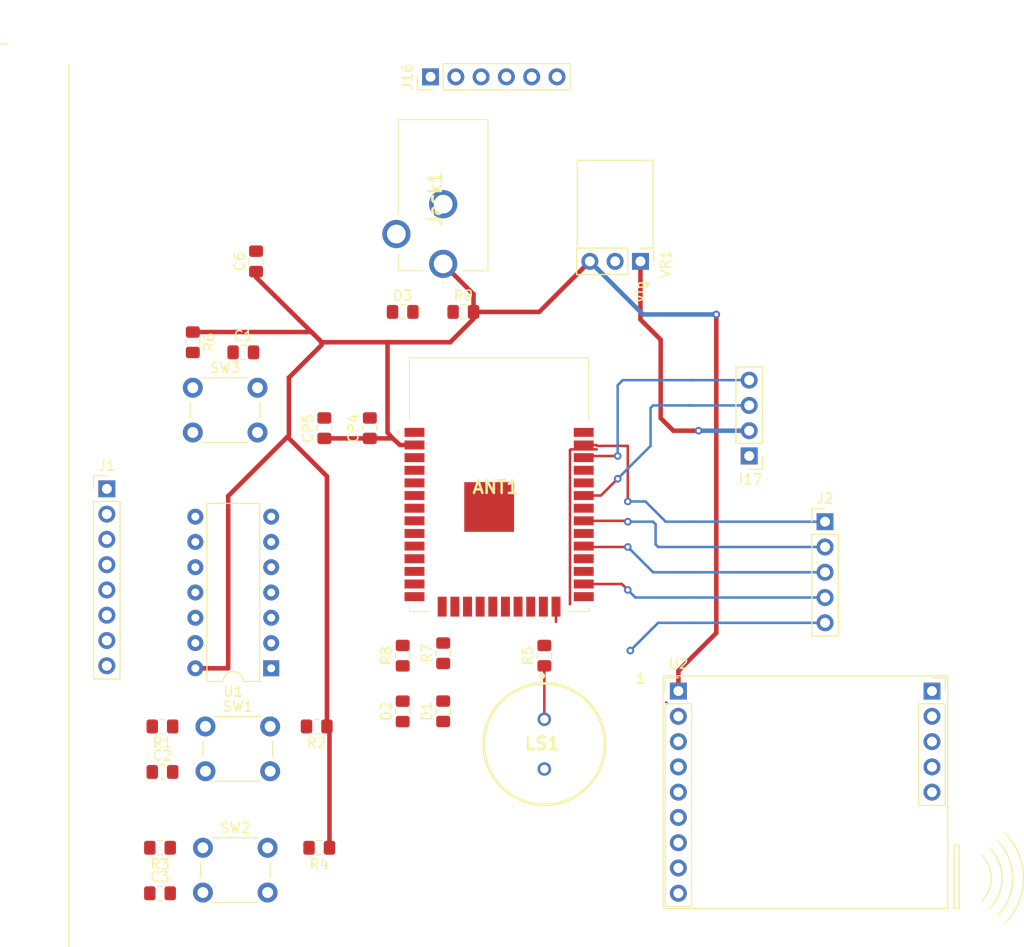
<source format=kicad_pcb>
(kicad_pcb (version 20171130) (host pcbnew "(5.1.5)-3")

  (general
    (thickness 1.6)
    (drawings 2)
    (tracks 108)
    (zones 0)
    (modules 31)
    (nets 56)
  )

  (page A4)
  (layers
    (0 F.Cu signal)
    (31 B.Cu signal)
    (32 B.Adhes user)
    (33 F.Adhes user)
    (34 B.Paste user)
    (35 F.Paste user)
    (36 B.SilkS user)
    (37 F.SilkS user)
    (38 B.Mask user)
    (39 F.Mask user)
    (40 Dwgs.User user)
    (41 Cmts.User user)
    (42 Eco1.User user)
    (43 Eco2.User user)
    (44 Edge.Cuts user)
    (45 Margin user)
    (46 B.CrtYd user)
    (47 F.CrtYd user)
    (48 B.Fab user)
    (49 F.Fab user)
  )

  (setup
    (last_trace_width 0.254)
    (user_trace_width 0.4064)
    (user_trace_width 0.4572)
    (user_trace_width 0.6096)
    (trace_clearance 0.254)
    (zone_clearance 0.508)
    (zone_45_only no)
    (trace_min 0.1524)
    (via_size 0.762)
    (via_drill 0.381)
    (via_min_size 0.508)
    (via_min_drill 0.254)
    (uvia_size 0.762)
    (uvia_drill 0.381)
    (uvias_allowed no)
    (uvia_min_size 0.508)
    (uvia_min_drill 0.254)
    (edge_width 0.05)
    (segment_width 0.2)
    (pcb_text_width 0.3)
    (pcb_text_size 1.5 1.5)
    (mod_edge_width 0.12)
    (mod_text_size 1 1)
    (mod_text_width 0.15)
    (pad_size 1.524 1.524)
    (pad_drill 0.762)
    (pad_to_mask_clearance 0.0508)
    (solder_mask_min_width 0.1016)
    (aux_axis_origin 0 0)
    (visible_elements 7FFFFFFF)
    (pcbplotparams
      (layerselection 0x010fc_ffffffff)
      (usegerberextensions false)
      (usegerberattributes false)
      (usegerberadvancedattributes false)
      (creategerberjobfile false)
      (excludeedgelayer true)
      (linewidth 0.100000)
      (plotframeref false)
      (viasonmask false)
      (mode 1)
      (useauxorigin false)
      (hpglpennumber 1)
      (hpglpenspeed 20)
      (hpglpendiameter 15.000000)
      (psnegative false)
      (psa4output false)
      (plotreference true)
      (plotvalue true)
      (plotinvisibletext false)
      (padsonsilk false)
      (subtractmaskfromsilk false)
      (outputformat 1)
      (mirror false)
      (drillshape 1)
      (scaleselection 1)
      (outputdirectory ""))
  )

  (net 0 "")
  (net 1 GND)
  (net 2 +3V3)
  (net 3 RESET)
  (net 4 GPIO36)
  (net 5 GPIO39)
  (net 6 IO34)
  (net 7 IO35)
  (net 8 "Net-(ANT1-Pad8)")
  (net 9 "Net-(ANT1-Pad9)")
  (net 10 IO25)
  (net 11 IO26)
  (net 12 IO27)
  (net 13 IO14)
  (net 14 IO12)
  (net 15 IO13)
  (net 16 SD2)
  (net 17 SD3)
  (net 18 CS)
  (net 19 CLK)
  (net 20 SD0)
  (net 21 SD1)
  (net 22 "Net-(ANT1-Pad23)")
  (net 23 IO2)
  (net 24 IO0)
  (net 25 IO4)
  (net 26 IO16)
  (net 27 IO17)
  (net 28 IO5)
  (net 29 IO18)
  (net 30 IO19)
  (net 31 "Net-(ANT1-Pad32)")
  (net 32 SDA)
  (net 33 RX)
  (net 34 TX)
  (net 35 SCL)
  (net 36 IO23)
  (net 37 "Net-(C2-Pad1)")
  (net 38 "Net-(C3-Pad1)")
  (net 39 "Net-(D1-Pad2)")
  (net 40 "Net-(D2-Pad2)")
  (net 41 "Net-(D3-Pad2)")
  (net 42 "Net-(LS1-Pad1)")
  (net 43 "Net-(R1-Pad1)")
  (net 44 "Net-(R3-Pad1)")
  (net 45 "Net-(SW3-Pad2)")
  (net 46 "Net-(U1-Pad8)")
  (net 47 "Net-(U1-Pad10)")
  (net 48 "Net-(U1-Pad12)")
  (net 49 "Net-(U1-Pad6)")
  (net 50 "Net-(U2-Pad13)")
  (net 51 "Net-(U2-Pad10)")
  (net 52 "Net-(U2-Pad12)")
  (net 53 "Net-(U2-Pad14)")
  (net 54 "Net-(U2-Pad11)")
  (net 55 +5V)

  (net_class Default "This is the default net class."
    (clearance 0.254)
    (trace_width 0.254)
    (via_dia 0.762)
    (via_drill 0.381)
    (uvia_dia 0.762)
    (uvia_drill 0.381)
    (add_net +3V3)
    (add_net +5V)
    (add_net CLK)
    (add_net CS)
    (add_net GND)
    (add_net GPIO36)
    (add_net GPIO39)
    (add_net IO0)
    (add_net IO12)
    (add_net IO13)
    (add_net IO14)
    (add_net IO16)
    (add_net IO17)
    (add_net IO18)
    (add_net IO19)
    (add_net IO2)
    (add_net IO23)
    (add_net IO25)
    (add_net IO26)
    (add_net IO27)
    (add_net IO34)
    (add_net IO35)
    (add_net IO4)
    (add_net IO5)
    (add_net "Net-(ANT1-Pad23)")
    (add_net "Net-(ANT1-Pad32)")
    (add_net "Net-(ANT1-Pad8)")
    (add_net "Net-(ANT1-Pad9)")
    (add_net "Net-(C2-Pad1)")
    (add_net "Net-(C3-Pad1)")
    (add_net "Net-(D1-Pad2)")
    (add_net "Net-(D2-Pad2)")
    (add_net "Net-(D3-Pad2)")
    (add_net "Net-(LS1-Pad1)")
    (add_net "Net-(R1-Pad1)")
    (add_net "Net-(R3-Pad1)")
    (add_net "Net-(SW3-Pad2)")
    (add_net "Net-(U1-Pad10)")
    (add_net "Net-(U1-Pad12)")
    (add_net "Net-(U1-Pad6)")
    (add_net "Net-(U1-Pad8)")
    (add_net "Net-(U2-Pad10)")
    (add_net "Net-(U2-Pad11)")
    (add_net "Net-(U2-Pad12)")
    (add_net "Net-(U2-Pad13)")
    (add_net "Net-(U2-Pad14)")
    (add_net RESET)
    (add_net RX)
    (add_net SCL)
    (add_net SD0)
    (add_net SD1)
    (add_net SD2)
    (add_net SD3)
    (add_net SDA)
    (add_net TX)
  )

  (module Noggin:U1V10F5-VR (layer F.Cu) (tedit 62202ACD) (tstamp 62210709)
    (at 155.194 73.152 270)
    (descr "Voltage regulator")
    (path /622034FF)
    (fp_text reference VR1 (at 0.254 -2.54 90) (layer F.SilkS)
      (effects (font (size 1 1) (thickness 0.15)))
    )
    (fp_text value U1V10F5 (at -2.794 7.62 90) (layer F.Fab)
      (effects (font (size 1 1) (thickness 0.15)))
    )
    (fp_line (start -1.33 6.41) (end 1.33 6.41) (layer F.SilkS) (width 0.12))
    (fp_line (start -1.27 6.35) (end -1.27 -0.635) (layer F.Fab) (width 0.1))
    (fp_line (start -1.33 1.27) (end -1.33 6.41) (layer F.SilkS) (width 0.12))
    (fp_line (start -1.27 -0.635) (end -0.635 -1.27) (layer F.Fab) (width 0.1))
    (fp_line (start -0.635 -1.27) (end 1.27 -1.27) (layer F.Fab) (width 0.1))
    (fp_line (start 1.27 6.35) (end -1.27 6.35) (layer F.Fab) (width 0.1))
    (fp_line (start 1.27 -1.27) (end 1.27 6.35) (layer F.Fab) (width 0.1))
    (fp_line (start -1.8 -1.8) (end -1.8 6.85) (layer F.CrtYd) (width 0.05))
    (fp_line (start -1.33 0) (end -1.33 -1.33) (layer F.SilkS) (width 0.12))
    (fp_line (start -1.8 6.85) (end 1.8 6.85) (layer F.CrtYd) (width 0.05))
    (fp_line (start 1.33 1.27) (end 1.33 6.41) (layer F.SilkS) (width 0.12))
    (fp_line (start 1.8 6.85) (end 1.8 -1.8) (layer F.CrtYd) (width 0.05))
    (fp_line (start 1.8 -1.8) (end -1.8 -1.8) (layer F.CrtYd) (width 0.05))
    (fp_line (start -1.33 -1.33) (end 0 -1.33) (layer F.SilkS) (width 0.12))
    (fp_line (start -1.33 1.27) (end 1.33 1.27) (layer F.SilkS) (width 0.12))
    (fp_text user %R (at 0 2.54) (layer F.Fab)
      (effects (font (size 1 1) (thickness 0.15)))
    )
    (fp_line (start -1.524 -1.27) (end -10.16 -1.27) (layer F.SilkS) (width 0.12))
    (fp_line (start -10.16 -1.27) (end -10.16 6.35) (layer F.SilkS) (width 0.12))
    (fp_line (start -10.16 6.35) (end -1.524 6.35) (layer F.SilkS) (width 0.12))
    (fp_text user Vin (at 3.048 0 90) (layer F.SilkS)
      (effects (font (size 1 1) (thickness 0.15)))
    )
    (fp_text user * (at 2.286 -1.016 90) (layer F.SilkS)
      (effects (font (size 1 1) (thickness 0.15)))
    )
    (pad 2 thru_hole oval (at 0 2.54 270) (size 1.7 1.7) (drill 1) (layers *.Cu *.Mask)
      (net 1 GND))
    (pad 1 thru_hole rect (at 0 0 270) (size 1.7 1.7) (drill 1) (layers *.Cu *.Mask)
      (net 55 +5V))
    (pad 3 thru_hole oval (at 0 5.08 270) (size 1.7 1.7) (drill 1) (layers *.Cu *.Mask)
      (net 2 +3V3))
  )

  (module Noggin:ESP32WROOM32D (layer F.Cu) (tedit 0) (tstamp 62210472)
    (at 140.650001 95.846001)
    (descr ESP32-WROOM-32D-1)
    (tags Antenna)
    (path /62150DEA)
    (attr smd)
    (fp_text reference ANT1 (at 0 0) (layer F.SilkS)
      (effects (font (size 1.27 1.27) (thickness 0.254)))
    )
    (fp_text value ESP32-WROOM-32D (at 0 0) (layer F.SilkS) hide
      (effects (font (size 1.27 1.27) (thickness 0.254)))
    )
    (fp_text user %R (at 0 0) (layer F.Fab)
      (effects (font (size 1.27 1.27) (thickness 0.254)))
    )
    (fp_line (start -8.65 -13) (end 9.35 -13) (layer F.Fab) (width 0.2))
    (fp_line (start 9.35 -13) (end 9.35 12.5) (layer F.Fab) (width 0.2))
    (fp_line (start 9.35 12.5) (end -8.65 12.5) (layer F.Fab) (width 0.2))
    (fp_line (start -8.65 12.5) (end -8.65 -13) (layer F.Fab) (width 0.2))
    (fp_line (start -10.35 -13.5) (end 10.35 -13.5) (layer F.CrtYd) (width 0.1))
    (fp_line (start 10.35 -13.5) (end 10.35 13.5) (layer F.CrtYd) (width 0.1))
    (fp_line (start 10.35 13.5) (end -10.35 13.5) (layer F.CrtYd) (width 0.1))
    (fp_line (start -10.35 13.5) (end -10.35 -13.5) (layer F.CrtYd) (width 0.1))
    (fp_line (start -8.65 12) (end -8.65 12.5) (layer F.SilkS) (width 0.1))
    (fp_line (start -8.65 12.5) (end -6.65 12.5) (layer F.SilkS) (width 0.1))
    (fp_line (start 7.35 12.5) (end 9.35 12.5) (layer F.SilkS) (width 0.1))
    (fp_line (start 9.35 12.5) (end 9.35 12) (layer F.SilkS) (width 0.1))
    (fp_line (start -8.65 -6.75) (end -8.65 -13) (layer F.SilkS) (width 0.1))
    (fp_line (start -8.65 -13) (end 9.35 -13) (layer F.SilkS) (width 0.1))
    (fp_line (start 9.35 -13) (end 9.35 -6.75) (layer F.SilkS) (width 0.1))
    (fp_line (start -9.75 -5.65) (end -9.75 -5.65) (layer F.SilkS) (width 0.2))
    (fp_line (start -9.75 -5.45) (end -9.75 -5.45) (layer F.SilkS) (width 0.2))
    (fp_arc (start -9.75 -5.55) (end -9.75 -5.65) (angle 180) (layer F.SilkS) (width 0.2))
    (fp_arc (start -9.75 -5.55) (end -9.75 -5.45) (angle 180) (layer F.SilkS) (width 0.2))
    (pad 1 smd rect (at -8.15 -5.51 90) (size 0.9 2) (layers F.Cu F.Paste F.Mask)
      (net 1 GND))
    (pad 2 smd rect (at -8.15 -4.24 90) (size 0.9 2) (layers F.Cu F.Paste F.Mask)
      (net 2 +3V3))
    (pad 3 smd rect (at -8.15 -2.97 90) (size 0.9 2) (layers F.Cu F.Paste F.Mask)
      (net 3 RESET))
    (pad 4 smd rect (at -8.15 -1.7 90) (size 0.9 2) (layers F.Cu F.Paste F.Mask)
      (net 4 GPIO36))
    (pad 5 smd rect (at -8.15 -0.43 90) (size 0.9 2) (layers F.Cu F.Paste F.Mask)
      (net 5 GPIO39))
    (pad 6 smd rect (at -8.15 0.84 90) (size 0.9 2) (layers F.Cu F.Paste F.Mask)
      (net 6 IO34))
    (pad 7 smd rect (at -8.15 2.11 90) (size 0.9 2) (layers F.Cu F.Paste F.Mask)
      (net 7 IO35))
    (pad 8 smd rect (at -8.15 3.38 90) (size 0.9 2) (layers F.Cu F.Paste F.Mask)
      (net 8 "Net-(ANT1-Pad8)"))
    (pad 9 smd rect (at -8.15 4.65 90) (size 0.9 2) (layers F.Cu F.Paste F.Mask)
      (net 9 "Net-(ANT1-Pad9)"))
    (pad 10 smd rect (at -8.15 5.92 90) (size 0.9 2) (layers F.Cu F.Paste F.Mask)
      (net 10 IO25))
    (pad 11 smd rect (at -8.15 7.19 90) (size 0.9 2) (layers F.Cu F.Paste F.Mask)
      (net 11 IO26))
    (pad 12 smd rect (at -8.15 8.46 90) (size 0.9 2) (layers F.Cu F.Paste F.Mask)
      (net 12 IO27))
    (pad 13 smd rect (at -8.15 9.73 90) (size 0.9 2) (layers F.Cu F.Paste F.Mask)
      (net 13 IO14))
    (pad 14 smd rect (at -8.15 11 90) (size 0.9 2) (layers F.Cu F.Paste F.Mask)
      (net 14 IO12))
    (pad 15 smd rect (at -5.365 12) (size 0.9 2) (layers F.Cu F.Paste F.Mask)
      (net 1 GND))
    (pad 16 smd rect (at -4.095 12) (size 0.9 2) (layers F.Cu F.Paste F.Mask)
      (net 15 IO13))
    (pad 17 smd rect (at -2.825 12) (size 0.9 2) (layers F.Cu F.Paste F.Mask)
      (net 16 SD2))
    (pad 18 smd rect (at -1.555 12) (size 0.9 2) (layers F.Cu F.Paste F.Mask)
      (net 17 SD3))
    (pad 19 smd rect (at -0.285 12) (size 0.9 2) (layers F.Cu F.Paste F.Mask)
      (net 18 CS))
    (pad 20 smd rect (at 0.985 12) (size 0.9 2) (layers F.Cu F.Paste F.Mask)
      (net 19 CLK))
    (pad 21 smd rect (at 2.255 12) (size 0.9 2) (layers F.Cu F.Paste F.Mask)
      (net 20 SD0))
    (pad 22 smd rect (at 3.525 12) (size 0.9 2) (layers F.Cu F.Paste F.Mask)
      (net 21 SD1))
    (pad 23 smd rect (at 4.795 12) (size 0.9 2) (layers F.Cu F.Paste F.Mask)
      (net 22 "Net-(ANT1-Pad23)"))
    (pad 24 smd rect (at 6.065 12) (size 0.9 2) (layers F.Cu F.Paste F.Mask)
      (net 23 IO2))
    (pad 25 smd rect (at 8.85 11 90) (size 0.9 2) (layers F.Cu F.Paste F.Mask)
      (net 24 IO0))
    (pad 26 smd rect (at 8.85 9.73 90) (size 0.9 2) (layers F.Cu F.Paste F.Mask)
      (net 25 IO4))
    (pad 27 smd rect (at 8.85 8.46 90) (size 0.9 2) (layers F.Cu F.Paste F.Mask)
      (net 26 IO16))
    (pad 28 smd rect (at 8.85 7.19 90) (size 0.9 2) (layers F.Cu F.Paste F.Mask)
      (net 27 IO17))
    (pad 29 smd rect (at 8.85 5.92 90) (size 0.9 2) (layers F.Cu F.Paste F.Mask)
      (net 28 IO5))
    (pad 30 smd rect (at 8.85 4.65 90) (size 0.9 2) (layers F.Cu F.Paste F.Mask)
      (net 29 IO18))
    (pad 31 smd rect (at 8.85 3.38 90) (size 0.9 2) (layers F.Cu F.Paste F.Mask)
      (net 30 IO19))
    (pad 32 smd rect (at 8.85 2.11 90) (size 0.9 2) (layers F.Cu F.Paste F.Mask)
      (net 31 "Net-(ANT1-Pad32)"))
    (pad 33 smd rect (at 8.85 0.84 90) (size 0.9 2) (layers F.Cu F.Paste F.Mask)
      (net 32 SDA))
    (pad 34 smd rect (at 8.85 -0.43 90) (size 0.9 2) (layers F.Cu F.Paste F.Mask)
      (net 33 RX))
    (pad 35 smd rect (at 8.85 -1.7 90) (size 0.9 2) (layers F.Cu F.Paste F.Mask)
      (net 34 TX))
    (pad 36 smd rect (at 8.85 -2.97 90) (size 0.9 2) (layers F.Cu F.Paste F.Mask)
      (net 35 SCL))
    (pad 37 smd rect (at 8.85 -4.24 90) (size 0.9 2) (layers F.Cu F.Paste F.Mask)
      (net 36 IO23))
    (pad 38 smd rect (at 8.85 -5.51 90) (size 0.9 2) (layers F.Cu F.Paste F.Mask)
      (net 1 GND))
    (pad 39 smd rect (at -0.65 1.99 90) (size 5 5) (layers F.Cu F.Paste F.Mask)
      (net 1 GND))
    (model ESP32-WROOM-32D.stp
      (offset (xyz 0.3099999977284427 0.1899999947622996 0.3999999999530684))
      (scale (xyz 1 1 1))
      (rotate (xyz 0 0 0))
    )
  )

  (module Capacitor_SMD:C_0805_2012Metric_Pad1.15x1.40mm_HandSolder (layer F.Cu) (tedit 5B36C52B) (tstamp 62210483)
    (at 115.307 82.296)
    (descr "Capacitor SMD 0805 (2012 Metric), square (rectangular) end terminal, IPC_7351 nominal with elongated pad for handsoldering. (Body size source: https://docs.google.com/spreadsheets/d/1BsfQQcO9C6DZCsRaXUlFlo91Tg2WpOkGARC1WS5S8t0/edit?usp=sharing), generated with kicad-footprint-generator")
    (tags "capacitor handsolder")
    (path /622A42B5)
    (attr smd)
    (fp_text reference C1 (at 0 -1.65) (layer F.SilkS)
      (effects (font (size 1 1) (thickness 0.15)))
    )
    (fp_text value 1u (at 0 1.65) (layer F.Fab)
      (effects (font (size 1 1) (thickness 0.15)))
    )
    (fp_line (start -1 0.6) (end -1 -0.6) (layer F.Fab) (width 0.1))
    (fp_line (start -1 -0.6) (end 1 -0.6) (layer F.Fab) (width 0.1))
    (fp_line (start 1 -0.6) (end 1 0.6) (layer F.Fab) (width 0.1))
    (fp_line (start 1 0.6) (end -1 0.6) (layer F.Fab) (width 0.1))
    (fp_line (start -0.261252 -0.71) (end 0.261252 -0.71) (layer F.SilkS) (width 0.12))
    (fp_line (start -0.261252 0.71) (end 0.261252 0.71) (layer F.SilkS) (width 0.12))
    (fp_line (start -1.85 0.95) (end -1.85 -0.95) (layer F.CrtYd) (width 0.05))
    (fp_line (start -1.85 -0.95) (end 1.85 -0.95) (layer F.CrtYd) (width 0.05))
    (fp_line (start 1.85 -0.95) (end 1.85 0.95) (layer F.CrtYd) (width 0.05))
    (fp_line (start 1.85 0.95) (end -1.85 0.95) (layer F.CrtYd) (width 0.05))
    (fp_text user %R (at 0 0) (layer F.Fab)
      (effects (font (size 0.5 0.5) (thickness 0.08)))
    )
    (pad 1 smd roundrect (at -1.025 0) (size 1.15 1.4) (layers F.Cu F.Paste F.Mask) (roundrect_rratio 0.217391)
      (net 3 RESET))
    (pad 2 smd roundrect (at 1.025 0) (size 1.15 1.4) (layers F.Cu F.Paste F.Mask) (roundrect_rratio 0.217391)
      (net 1 GND))
    (model ${KISYS3DMOD}/Capacitor_SMD.3dshapes/C_0805_2012Metric.wrl
      (at (xyz 0 0 0))
      (scale (xyz 1 1 1))
      (rotate (xyz 0 0 0))
    )
  )

  (module Capacitor_SMD:C_0805_2012Metric_Pad1.15x1.40mm_HandSolder (layer F.Cu) (tedit 5B36C52B) (tstamp 62210494)
    (at 107.188 124.46)
    (descr "Capacitor SMD 0805 (2012 Metric), square (rectangular) end terminal, IPC_7351 nominal with elongated pad for handsoldering. (Body size source: https://docs.google.com/spreadsheets/d/1BsfQQcO9C6DZCsRaXUlFlo91Tg2WpOkGARC1WS5S8t0/edit?usp=sharing), generated with kicad-footprint-generator")
    (tags "capacitor handsolder")
    (path /6215D20A)
    (attr smd)
    (fp_text reference C2 (at 0 -1.65) (layer F.SilkS)
      (effects (font (size 1 1) (thickness 0.15)))
    )
    (fp_text value 0.1u (at 0 1.65) (layer F.Fab)
      (effects (font (size 1 1) (thickness 0.15)))
    )
    (fp_text user %R (at 0.245 0) (layer F.Fab)
      (effects (font (size 0.5 0.5) (thickness 0.08)))
    )
    (fp_line (start 1.85 0.95) (end -1.85 0.95) (layer F.CrtYd) (width 0.05))
    (fp_line (start 1.85 -0.95) (end 1.85 0.95) (layer F.CrtYd) (width 0.05))
    (fp_line (start -1.85 -0.95) (end 1.85 -0.95) (layer F.CrtYd) (width 0.05))
    (fp_line (start -1.85 0.95) (end -1.85 -0.95) (layer F.CrtYd) (width 0.05))
    (fp_line (start -0.261252 0.71) (end 0.261252 0.71) (layer F.SilkS) (width 0.12))
    (fp_line (start -0.261252 -0.71) (end 0.261252 -0.71) (layer F.SilkS) (width 0.12))
    (fp_line (start 1 0.6) (end -1 0.6) (layer F.Fab) (width 0.1))
    (fp_line (start 1 -0.6) (end 1 0.6) (layer F.Fab) (width 0.1))
    (fp_line (start -1 -0.6) (end 1 -0.6) (layer F.Fab) (width 0.1))
    (fp_line (start -1 0.6) (end -1 -0.6) (layer F.Fab) (width 0.1))
    (pad 2 smd roundrect (at 1.025 0) (size 1.15 1.4) (layers F.Cu F.Paste F.Mask) (roundrect_rratio 0.217391)
      (net 1 GND))
    (pad 1 smd roundrect (at -1.025 0) (size 1.15 1.4) (layers F.Cu F.Paste F.Mask) (roundrect_rratio 0.217391)
      (net 37 "Net-(C2-Pad1)"))
    (model ${KISYS3DMOD}/Capacitor_SMD.3dshapes/C_0805_2012Metric.wrl
      (at (xyz 0 0 0))
      (scale (xyz 1 1 1))
      (rotate (xyz 0 0 0))
    )
  )

  (module Capacitor_SMD:C_0805_2012Metric_Pad1.15x1.40mm_HandSolder (layer F.Cu) (tedit 5B36C52B) (tstamp 622104A5)
    (at 106.943 136.652)
    (descr "Capacitor SMD 0805 (2012 Metric), square (rectangular) end terminal, IPC_7351 nominal with elongated pad for handsoldering. (Body size source: https://docs.google.com/spreadsheets/d/1BsfQQcO9C6DZCsRaXUlFlo91Tg2WpOkGARC1WS5S8t0/edit?usp=sharing), generated with kicad-footprint-generator")
    (tags "capacitor handsolder")
    (path /621F5611)
    (attr smd)
    (fp_text reference C3 (at 0 -1.65) (layer F.SilkS)
      (effects (font (size 1 1) (thickness 0.15)))
    )
    (fp_text value 0.1u (at 0 1.65) (layer F.Fab)
      (effects (font (size 1 1) (thickness 0.15)))
    )
    (fp_text user %R (at 0 0) (layer F.Fab)
      (effects (font (size 0.5 0.5) (thickness 0.08)))
    )
    (fp_line (start 1.85 0.95) (end -1.85 0.95) (layer F.CrtYd) (width 0.05))
    (fp_line (start 1.85 -0.95) (end 1.85 0.95) (layer F.CrtYd) (width 0.05))
    (fp_line (start -1.85 -0.95) (end 1.85 -0.95) (layer F.CrtYd) (width 0.05))
    (fp_line (start -1.85 0.95) (end -1.85 -0.95) (layer F.CrtYd) (width 0.05))
    (fp_line (start -0.261252 0.71) (end 0.261252 0.71) (layer F.SilkS) (width 0.12))
    (fp_line (start -0.261252 -0.71) (end 0.261252 -0.71) (layer F.SilkS) (width 0.12))
    (fp_line (start 1 0.6) (end -1 0.6) (layer F.Fab) (width 0.1))
    (fp_line (start 1 -0.6) (end 1 0.6) (layer F.Fab) (width 0.1))
    (fp_line (start -1 -0.6) (end 1 -0.6) (layer F.Fab) (width 0.1))
    (fp_line (start -1 0.6) (end -1 -0.6) (layer F.Fab) (width 0.1))
    (pad 2 smd roundrect (at 1.025 0) (size 1.15 1.4) (layers F.Cu F.Paste F.Mask) (roundrect_rratio 0.217391)
      (net 1 GND))
    (pad 1 smd roundrect (at -1.025 0) (size 1.15 1.4) (layers F.Cu F.Paste F.Mask) (roundrect_rratio 0.217391)
      (net 38 "Net-(C3-Pad1)"))
    (model ${KISYS3DMOD}/Capacitor_SMD.3dshapes/C_0805_2012Metric.wrl
      (at (xyz 0 0 0))
      (scale (xyz 1 1 1))
      (rotate (xyz 0 0 0))
    )
  )

  (module Capacitor_SMD:C_0805_2012Metric_Pad1.15x1.40mm_HandSolder (layer F.Cu) (tedit 5B36C52B) (tstamp 622104B6)
    (at 116.586 73.152 90)
    (descr "Capacitor SMD 0805 (2012 Metric), square (rectangular) end terminal, IPC_7351 nominal with elongated pad for handsoldering. (Body size source: https://docs.google.com/spreadsheets/d/1BsfQQcO9C6DZCsRaXUlFlo91Tg2WpOkGARC1WS5S8t0/edit?usp=sharing), generated with kicad-footprint-generator")
    (tags "capacitor handsolder")
    (path /62280047)
    (attr smd)
    (fp_text reference C6 (at 0 -1.65 90) (layer F.SilkS)
      (effects (font (size 1 1) (thickness 0.15)))
    )
    (fp_text value 100n (at 0 1.65 90) (layer F.Fab)
      (effects (font (size 1 1) (thickness 0.15)))
    )
    (fp_line (start -1 0.6) (end -1 -0.6) (layer F.Fab) (width 0.1))
    (fp_line (start -1 -0.6) (end 1 -0.6) (layer F.Fab) (width 0.1))
    (fp_line (start 1 -0.6) (end 1 0.6) (layer F.Fab) (width 0.1))
    (fp_line (start 1 0.6) (end -1 0.6) (layer F.Fab) (width 0.1))
    (fp_line (start -0.261252 -0.71) (end 0.261252 -0.71) (layer F.SilkS) (width 0.12))
    (fp_line (start -0.261252 0.71) (end 0.261252 0.71) (layer F.SilkS) (width 0.12))
    (fp_line (start -1.85 0.95) (end -1.85 -0.95) (layer F.CrtYd) (width 0.05))
    (fp_line (start -1.85 -0.95) (end 1.85 -0.95) (layer F.CrtYd) (width 0.05))
    (fp_line (start 1.85 -0.95) (end 1.85 0.95) (layer F.CrtYd) (width 0.05))
    (fp_line (start 1.85 0.95) (end -1.85 0.95) (layer F.CrtYd) (width 0.05))
    (fp_text user %R (at 0 0 90) (layer F.Fab)
      (effects (font (size 0.5 0.5) (thickness 0.08)))
    )
    (pad 1 smd roundrect (at -1.025 0 90) (size 1.15 1.4) (layers F.Cu F.Paste F.Mask) (roundrect_rratio 0.217391)
      (net 2 +3V3))
    (pad 2 smd roundrect (at 1.025 0 90) (size 1.15 1.4) (layers F.Cu F.Paste F.Mask) (roundrect_rratio 0.217391)
      (net 1 GND))
    (model ${KISYS3DMOD}/Capacitor_SMD.3dshapes/C_0805_2012Metric.wrl
      (at (xyz 0 0 0))
      (scale (xyz 1 1 1))
      (rotate (xyz 0 0 0))
    )
  )

  (module Capacitor_SMD:C_0805_2012Metric_Pad1.15x1.40mm_HandSolder (layer F.Cu) (tedit 5B36C52B) (tstamp 622104C7)
    (at 128.016 89.916 90)
    (descr "Capacitor SMD 0805 (2012 Metric), square (rectangular) end terminal, IPC_7351 nominal with elongated pad for handsoldering. (Body size source: https://docs.google.com/spreadsheets/d/1BsfQQcO9C6DZCsRaXUlFlo91Tg2WpOkGARC1WS5S8t0/edit?usp=sharing), generated with kicad-footprint-generator")
    (tags "capacitor handsolder")
    (path /621F9EF2)
    (attr smd)
    (fp_text reference CP4 (at 0 -1.65 90) (layer F.SilkS)
      (effects (font (size 1 1) (thickness 0.15)))
    )
    (fp_text value 10u (at 0 1.65 90) (layer F.Fab)
      (effects (font (size 1 1) (thickness 0.15)))
    )
    (fp_text user %R (at 0 0 90) (layer F.Fab)
      (effects (font (size 0.5 0.5) (thickness 0.08)))
    )
    (fp_line (start 1.85 0.95) (end -1.85 0.95) (layer F.CrtYd) (width 0.05))
    (fp_line (start 1.85 -0.95) (end 1.85 0.95) (layer F.CrtYd) (width 0.05))
    (fp_line (start -1.85 -0.95) (end 1.85 -0.95) (layer F.CrtYd) (width 0.05))
    (fp_line (start -1.85 0.95) (end -1.85 -0.95) (layer F.CrtYd) (width 0.05))
    (fp_line (start -0.261252 0.71) (end 0.261252 0.71) (layer F.SilkS) (width 0.12))
    (fp_line (start -0.261252 -0.71) (end 0.261252 -0.71) (layer F.SilkS) (width 0.12))
    (fp_line (start 1 0.6) (end -1 0.6) (layer F.Fab) (width 0.1))
    (fp_line (start 1 -0.6) (end 1 0.6) (layer F.Fab) (width 0.1))
    (fp_line (start -1 -0.6) (end 1 -0.6) (layer F.Fab) (width 0.1))
    (fp_line (start -1 0.6) (end -1 -0.6) (layer F.Fab) (width 0.1))
    (pad 2 smd roundrect (at 1.025 0 90) (size 1.15 1.4) (layers F.Cu F.Paste F.Mask) (roundrect_rratio 0.217391)
      (net 1 GND))
    (pad 1 smd roundrect (at -1.025 0 90) (size 1.15 1.4) (layers F.Cu F.Paste F.Mask) (roundrect_rratio 0.217391)
      (net 2 +3V3))
    (model ${KISYS3DMOD}/Capacitor_SMD.3dshapes/C_0805_2012Metric.wrl
      (at (xyz 0 0 0))
      (scale (xyz 1 1 1))
      (rotate (xyz 0 0 0))
    )
  )

  (module Capacitor_SMD:C_0805_2012Metric_Pad1.15x1.40mm_HandSolder (layer F.Cu) (tedit 5B36C52B) (tstamp 622104D8)
    (at 123.444 89.916 90)
    (descr "Capacitor SMD 0805 (2012 Metric), square (rectangular) end terminal, IPC_7351 nominal with elongated pad for handsoldering. (Body size source: https://docs.google.com/spreadsheets/d/1BsfQQcO9C6DZCsRaXUlFlo91Tg2WpOkGARC1WS5S8t0/edit?usp=sharing), generated with kicad-footprint-generator")
    (tags "capacitor handsolder")
    (path /621FAF6D)
    (attr smd)
    (fp_text reference CP5 (at 0 -1.65 90) (layer F.SilkS)
      (effects (font (size 1 1) (thickness 0.15)))
    )
    (fp_text value 0.1u (at 0 1.65 90) (layer F.Fab)
      (effects (font (size 1 1) (thickness 0.15)))
    )
    (fp_line (start -1 0.6) (end -1 -0.6) (layer F.Fab) (width 0.1))
    (fp_line (start -1 -0.6) (end 1 -0.6) (layer F.Fab) (width 0.1))
    (fp_line (start 1 -0.6) (end 1 0.6) (layer F.Fab) (width 0.1))
    (fp_line (start 1 0.6) (end -1 0.6) (layer F.Fab) (width 0.1))
    (fp_line (start -0.261252 -0.71) (end 0.261252 -0.71) (layer F.SilkS) (width 0.12))
    (fp_line (start -0.261252 0.71) (end 0.261252 0.71) (layer F.SilkS) (width 0.12))
    (fp_line (start -1.85 0.95) (end -1.85 -0.95) (layer F.CrtYd) (width 0.05))
    (fp_line (start -1.85 -0.95) (end 1.85 -0.95) (layer F.CrtYd) (width 0.05))
    (fp_line (start 1.85 -0.95) (end 1.85 0.95) (layer F.CrtYd) (width 0.05))
    (fp_line (start 1.85 0.95) (end -1.85 0.95) (layer F.CrtYd) (width 0.05))
    (fp_text user %R (at 0 0 90) (layer F.Fab)
      (effects (font (size 0.5 0.5) (thickness 0.08)))
    )
    (pad 1 smd roundrect (at -1.025 0 90) (size 1.15 1.4) (layers F.Cu F.Paste F.Mask) (roundrect_rratio 0.217391)
      (net 2 +3V3))
    (pad 2 smd roundrect (at 1.025 0 90) (size 1.15 1.4) (layers F.Cu F.Paste F.Mask) (roundrect_rratio 0.217391)
      (net 1 GND))
    (model ${KISYS3DMOD}/Capacitor_SMD.3dshapes/C_0805_2012Metric.wrl
      (at (xyz 0 0 0))
      (scale (xyz 1 1 1))
      (rotate (xyz 0 0 0))
    )
  )

  (module Capacitor_SMD:C_0805_2012Metric_Pad1.15x1.40mm_HandSolder (layer F.Cu) (tedit 5B36C52B) (tstamp 622104E9)
    (at 135.382 118.364 90)
    (descr "Capacitor SMD 0805 (2012 Metric), square (rectangular) end terminal, IPC_7351 nominal with elongated pad for handsoldering. (Body size source: https://docs.google.com/spreadsheets/d/1BsfQQcO9C6DZCsRaXUlFlo91Tg2WpOkGARC1WS5S8t0/edit?usp=sharing), generated with kicad-footprint-generator")
    (tags "capacitor handsolder")
    (path /62152961)
    (attr smd)
    (fp_text reference D1 (at 0 -1.65 90) (layer F.SilkS)
      (effects (font (size 1 1) (thickness 0.15)))
    )
    (fp_text value "Green LED" (at 0 1.65 90) (layer F.Fab)
      (effects (font (size 1 1) (thickness 0.15)))
    )
    (fp_line (start -1 0.6) (end -1 -0.6) (layer F.Fab) (width 0.1))
    (fp_line (start -1 -0.6) (end 1 -0.6) (layer F.Fab) (width 0.1))
    (fp_line (start 1 -0.6) (end 1 0.6) (layer F.Fab) (width 0.1))
    (fp_line (start 1 0.6) (end -1 0.6) (layer F.Fab) (width 0.1))
    (fp_line (start -0.261252 -0.71) (end 0.261252 -0.71) (layer F.SilkS) (width 0.12))
    (fp_line (start -0.261252 0.71) (end 0.261252 0.71) (layer F.SilkS) (width 0.12))
    (fp_line (start -1.85 0.95) (end -1.85 -0.95) (layer F.CrtYd) (width 0.05))
    (fp_line (start -1.85 -0.95) (end 1.85 -0.95) (layer F.CrtYd) (width 0.05))
    (fp_line (start 1.85 -0.95) (end 1.85 0.95) (layer F.CrtYd) (width 0.05))
    (fp_line (start 1.85 0.95) (end -1.85 0.95) (layer F.CrtYd) (width 0.05))
    (fp_text user %R (at 0 0 90) (layer F.Fab)
      (effects (font (size 0.5 0.5) (thickness 0.08)))
    )
    (pad 1 smd roundrect (at -1.025 0 90) (size 1.15 1.4) (layers F.Cu F.Paste F.Mask) (roundrect_rratio 0.217391)
      (net 1 GND))
    (pad 2 smd roundrect (at 1.025 0 90) (size 1.15 1.4) (layers F.Cu F.Paste F.Mask) (roundrect_rratio 0.217391)
      (net 39 "Net-(D1-Pad2)"))
    (model ${KISYS3DMOD}/Capacitor_SMD.3dshapes/C_0805_2012Metric.wrl
      (at (xyz 0 0 0))
      (scale (xyz 1 1 1))
      (rotate (xyz 0 0 0))
    )
  )

  (module Capacitor_SMD:C_0805_2012Metric_Pad1.15x1.40mm_HandSolder (layer F.Cu) (tedit 5B36C52B) (tstamp 622104FA)
    (at 131.318 118.373 90)
    (descr "Capacitor SMD 0805 (2012 Metric), square (rectangular) end terminal, IPC_7351 nominal with elongated pad for handsoldering. (Body size source: https://docs.google.com/spreadsheets/d/1BsfQQcO9C6DZCsRaXUlFlo91Tg2WpOkGARC1WS5S8t0/edit?usp=sharing), generated with kicad-footprint-generator")
    (tags "capacitor handsolder")
    (path /62153081)
    (attr smd)
    (fp_text reference D2 (at 0 -1.65 90) (layer F.SilkS)
      (effects (font (size 1 1) (thickness 0.15)))
    )
    (fp_text value "Red LED" (at 0 1.65 90) (layer F.Fab)
      (effects (font (size 1 1) (thickness 0.15)))
    )
    (fp_line (start -1 0.6) (end -1 -0.6) (layer F.Fab) (width 0.1))
    (fp_line (start -1 -0.6) (end 1 -0.6) (layer F.Fab) (width 0.1))
    (fp_line (start 1 -0.6) (end 1 0.6) (layer F.Fab) (width 0.1))
    (fp_line (start 1 0.6) (end -1 0.6) (layer F.Fab) (width 0.1))
    (fp_line (start -0.261252 -0.71) (end 0.261252 -0.71) (layer F.SilkS) (width 0.12))
    (fp_line (start -0.261252 0.71) (end 0.261252 0.71) (layer F.SilkS) (width 0.12))
    (fp_line (start -1.85 0.95) (end -1.85 -0.95) (layer F.CrtYd) (width 0.05))
    (fp_line (start -1.85 -0.95) (end 1.85 -0.95) (layer F.CrtYd) (width 0.05))
    (fp_line (start 1.85 -0.95) (end 1.85 0.95) (layer F.CrtYd) (width 0.05))
    (fp_line (start 1.85 0.95) (end -1.85 0.95) (layer F.CrtYd) (width 0.05))
    (fp_text user %R (at 0 0 90) (layer F.Fab)
      (effects (font (size 0.5 0.5) (thickness 0.08)))
    )
    (pad 1 smd roundrect (at -1.025 0 90) (size 1.15 1.4) (layers F.Cu F.Paste F.Mask) (roundrect_rratio 0.217391)
      (net 1 GND))
    (pad 2 smd roundrect (at 1.025 0 90) (size 1.15 1.4) (layers F.Cu F.Paste F.Mask) (roundrect_rratio 0.217391)
      (net 40 "Net-(D2-Pad2)"))
    (model ${KISYS3DMOD}/Capacitor_SMD.3dshapes/C_0805_2012Metric.wrl
      (at (xyz 0 0 0))
      (scale (xyz 1 1 1))
      (rotate (xyz 0 0 0))
    )
  )

  (module Capacitor_SMD:C_0805_2012Metric_Pad1.15x1.40mm_HandSolder (layer F.Cu) (tedit 5B36C52B) (tstamp 6221050B)
    (at 131.318 78.232)
    (descr "Capacitor SMD 0805 (2012 Metric), square (rectangular) end terminal, IPC_7351 nominal with elongated pad for handsoldering. (Body size source: https://docs.google.com/spreadsheets/d/1BsfQQcO9C6DZCsRaXUlFlo91Tg2WpOkGARC1WS5S8t0/edit?usp=sharing), generated with kicad-footprint-generator")
    (tags "capacitor handsolder")
    (path /621F9355)
    (attr smd)
    (fp_text reference D3 (at 0 -1.65) (layer F.SilkS)
      (effects (font (size 1 1) (thickness 0.15)))
    )
    (fp_text value LED (at 0 1.65) (layer F.Fab)
      (effects (font (size 1 1) (thickness 0.15)))
    )
    (fp_line (start -1 0.6) (end -1 -0.6) (layer F.Fab) (width 0.1))
    (fp_line (start -1 -0.6) (end 1 -0.6) (layer F.Fab) (width 0.1))
    (fp_line (start 1 -0.6) (end 1 0.6) (layer F.Fab) (width 0.1))
    (fp_line (start 1 0.6) (end -1 0.6) (layer F.Fab) (width 0.1))
    (fp_line (start -0.261252 -0.71) (end 0.261252 -0.71) (layer F.SilkS) (width 0.12))
    (fp_line (start -0.261252 0.71) (end 0.261252 0.71) (layer F.SilkS) (width 0.12))
    (fp_line (start -1.85 0.95) (end -1.85 -0.95) (layer F.CrtYd) (width 0.05))
    (fp_line (start -1.85 -0.95) (end 1.85 -0.95) (layer F.CrtYd) (width 0.05))
    (fp_line (start 1.85 -0.95) (end 1.85 0.95) (layer F.CrtYd) (width 0.05))
    (fp_line (start 1.85 0.95) (end -1.85 0.95) (layer F.CrtYd) (width 0.05))
    (fp_text user %R (at 0 0) (layer F.Fab)
      (effects (font (size 0.5 0.5) (thickness 0.08)))
    )
    (pad 1 smd roundrect (at -1.025 0) (size 1.15 1.4) (layers F.Cu F.Paste F.Mask) (roundrect_rratio 0.217391)
      (net 1 GND))
    (pad 2 smd roundrect (at 1.025 0) (size 1.15 1.4) (layers F.Cu F.Paste F.Mask) (roundrect_rratio 0.217391)
      (net 41 "Net-(D3-Pad2)"))
    (model ${KISYS3DMOD}/Capacitor_SMD.3dshapes/C_0805_2012Metric.wrl
      (at (xyz 0 0 0))
      (scale (xyz 1 1 1))
      (rotate (xyz 0 0 0))
    )
  )

  (module Connector_PinHeader_2.54mm:PinHeader_1x06_P2.54mm_Vertical (layer F.Cu) (tedit 59FED5CC) (tstamp 6221055C)
    (at 134.112 54.61 90)
    (descr "Through hole straight pin header, 1x06, 2.54mm pitch, single row")
    (tags "Through hole pin header THT 1x06 2.54mm single row")
    (path /623244BF)
    (fp_text reference J16 (at 0 -2.33 90) (layer F.SilkS)
      (effects (font (size 1 1) (thickness 0.15)))
    )
    (fp_text value Conn_01x06_Female (at 0 15.03 90) (layer F.Fab)
      (effects (font (size 1 1) (thickness 0.15)))
    )
    (fp_line (start -0.635 -1.27) (end 1.27 -1.27) (layer F.Fab) (width 0.1))
    (fp_line (start 1.27 -1.27) (end 1.27 13.97) (layer F.Fab) (width 0.1))
    (fp_line (start 1.27 13.97) (end -1.27 13.97) (layer F.Fab) (width 0.1))
    (fp_line (start -1.27 13.97) (end -1.27 -0.635) (layer F.Fab) (width 0.1))
    (fp_line (start -1.27 -0.635) (end -0.635 -1.27) (layer F.Fab) (width 0.1))
    (fp_line (start -1.33 14.03) (end 1.33 14.03) (layer F.SilkS) (width 0.12))
    (fp_line (start -1.33 1.27) (end -1.33 14.03) (layer F.SilkS) (width 0.12))
    (fp_line (start 1.33 1.27) (end 1.33 14.03) (layer F.SilkS) (width 0.12))
    (fp_line (start -1.33 1.27) (end 1.33 1.27) (layer F.SilkS) (width 0.12))
    (fp_line (start -1.33 0) (end -1.33 -1.33) (layer F.SilkS) (width 0.12))
    (fp_line (start -1.33 -1.33) (end 0 -1.33) (layer F.SilkS) (width 0.12))
    (fp_line (start -1.8 -1.8) (end -1.8 14.5) (layer F.CrtYd) (width 0.05))
    (fp_line (start -1.8 14.5) (end 1.8 14.5) (layer F.CrtYd) (width 0.05))
    (fp_line (start 1.8 14.5) (end 1.8 -1.8) (layer F.CrtYd) (width 0.05))
    (fp_line (start 1.8 -1.8) (end -1.8 -1.8) (layer F.CrtYd) (width 0.05))
    (fp_text user %R (at 0 6.35) (layer F.Fab)
      (effects (font (size 1 1) (thickness 0.15)))
    )
    (pad 1 thru_hole rect (at 0 0 90) (size 1.7 1.7) (drill 1) (layers *.Cu *.Mask)
      (net 24 IO0))
    (pad 2 thru_hole oval (at 0 2.54 90) (size 1.7 1.7) (drill 1) (layers *.Cu *.Mask)
      (net 3 RESET))
    (pad 3 thru_hole oval (at 0 5.08 90) (size 1.7 1.7) (drill 1) (layers *.Cu *.Mask)
      (net 2 +3V3))
    (pad 4 thru_hole oval (at 0 7.62 90) (size 1.7 1.7) (drill 1) (layers *.Cu *.Mask)
      (net 34 TX))
    (pad 5 thru_hole oval (at 0 10.16 90) (size 1.7 1.7) (drill 1) (layers *.Cu *.Mask)
      (net 33 RX))
    (pad 6 thru_hole oval (at 0 12.7 90) (size 1.7 1.7) (drill 1) (layers *.Cu *.Mask)
      (net 1 GND))
    (model ${KISYS3DMOD}/Connector_PinHeader_2.54mm.3dshapes/PinHeader_1x06_P2.54mm_Vertical.wrl
      (at (xyz 0 0 0))
      (scale (xyz 1 1 1))
      (rotate (xyz 0 0 0))
    )
  )

  (module Connector_PinHeader_2.54mm:PinHeader_1x04_P2.54mm_Vertical (layer F.Cu) (tedit 59FED5CC) (tstamp 62210574)
    (at 166.116 92.71 180)
    (descr "Through hole straight pin header, 1x04, 2.54mm pitch, single row")
    (tags "Through hole pin header THT 1x04 2.54mm single row")
    (path /623C20E4)
    (fp_text reference J17 (at 0 -2.33) (layer F.SilkS)
      (effects (font (size 1 1) (thickness 0.15)))
    )
    (fp_text value Conn_01x04_Female (at 0 9.95) (layer F.Fab)
      (effects (font (size 1 1) (thickness 0.15)))
    )
    (fp_text user %R (at 0 3.81 90) (layer F.Fab)
      (effects (font (size 1 1) (thickness 0.15)))
    )
    (fp_line (start 1.8 -1.8) (end -1.8 -1.8) (layer F.CrtYd) (width 0.05))
    (fp_line (start 1.8 9.4) (end 1.8 -1.8) (layer F.CrtYd) (width 0.05))
    (fp_line (start -1.8 9.4) (end 1.8 9.4) (layer F.CrtYd) (width 0.05))
    (fp_line (start -1.8 -1.8) (end -1.8 9.4) (layer F.CrtYd) (width 0.05))
    (fp_line (start -1.33 -1.33) (end 0 -1.33) (layer F.SilkS) (width 0.12))
    (fp_line (start -1.33 0) (end -1.33 -1.33) (layer F.SilkS) (width 0.12))
    (fp_line (start -1.33 1.27) (end 1.33 1.27) (layer F.SilkS) (width 0.12))
    (fp_line (start 1.33 1.27) (end 1.33 8.95) (layer F.SilkS) (width 0.12))
    (fp_line (start -1.33 1.27) (end -1.33 8.95) (layer F.SilkS) (width 0.12))
    (fp_line (start -1.33 8.95) (end 1.33 8.95) (layer F.SilkS) (width 0.12))
    (fp_line (start -1.27 -0.635) (end -0.635 -1.27) (layer F.Fab) (width 0.1))
    (fp_line (start -1.27 8.89) (end -1.27 -0.635) (layer F.Fab) (width 0.1))
    (fp_line (start 1.27 8.89) (end -1.27 8.89) (layer F.Fab) (width 0.1))
    (fp_line (start 1.27 -1.27) (end 1.27 8.89) (layer F.Fab) (width 0.1))
    (fp_line (start -0.635 -1.27) (end 1.27 -1.27) (layer F.Fab) (width 0.1))
    (pad 4 thru_hole oval (at 0 7.62 180) (size 1.7 1.7) (drill 1) (layers *.Cu *.Mask)
      (net 35 SCL))
    (pad 3 thru_hole oval (at 0 5.08 180) (size 1.7 1.7) (drill 1) (layers *.Cu *.Mask)
      (net 32 SDA))
    (pad 2 thru_hole oval (at 0 2.54 180) (size 1.7 1.7) (drill 1) (layers *.Cu *.Mask)
      (net 55 +5V))
    (pad 1 thru_hole rect (at 0 0 180) (size 1.7 1.7) (drill 1) (layers *.Cu *.Mask)
      (net 1 GND))
    (model ${KISYS3DMOD}/Connector_PinHeader_2.54mm.3dshapes/PinHeader_1x04_P2.54mm_Vertical.wrl
      (at (xyz 0 0 0))
      (scale (xyz 1 1 1))
      (rotate (xyz 0 0 0))
    )
  )

  (module Noggin:PJ059A (layer F.Cu) (tedit 0) (tstamp 6221058F)
    (at 135.382 73.406 270)
    (descr PJ-059A-3)
    (tags Connector)
    (path /621E718B)
    (fp_text reference Jack1 (at -6.542 0.808 90) (layer F.SilkS)
      (effects (font (size 1.27 1.27) (thickness 0.254)))
    )
    (fp_text value PJ-059A (at -6.542 0.808 90) (layer F.SilkS) hide
      (effects (font (size 1.27 1.27) (thickness 0.254)))
    )
    (fp_text user %R (at -6.542 0.808 90) (layer F.Fab)
      (effects (font (size 1.27 1.27) (thickness 0.254)))
    )
    (fp_line (start -14.5 -4.5) (end 0.7 -4.5) (layer F.Fab) (width 0.2))
    (fp_line (start 0.7 -4.5) (end 0.7 4.5) (layer F.Fab) (width 0.2))
    (fp_line (start 0.7 4.5) (end -14.5 4.5) (layer F.Fab) (width 0.2))
    (fp_line (start -14.5 4.5) (end -14.5 -4.5) (layer F.Fab) (width 0.2))
    (fp_line (start -15.3 -5.3) (end 2.215 -5.3) (layer F.CrtYd) (width 0.1))
    (fp_line (start 2.215 -5.3) (end 2.215 6.915) (layer F.CrtYd) (width 0.1))
    (fp_line (start 2.215 6.915) (end -15.3 6.915) (layer F.CrtYd) (width 0.1))
    (fp_line (start -15.3 6.915) (end -15.3 -5.3) (layer F.CrtYd) (width 0.1))
    (fp_line (start -5 4.5) (end -14.5 4.5) (layer F.SilkS) (width 0.1))
    (fp_line (start -14.5 4.5) (end -14.5 -4.5) (layer F.SilkS) (width 0.1))
    (fp_line (start -14.5 -4.5) (end 0.7 -4.5) (layer F.SilkS) (width 0.1))
    (fp_line (start 0.7 -4.5) (end 0.7 -2) (layer F.SilkS) (width 0.1))
    (fp_line (start -1 4.5) (end 0.7 4.5) (layer F.SilkS) (width 0.1))
    (fp_line (start 0.7 4.5) (end 0.7 2) (layer F.SilkS) (width 0.1))
    (fp_line (start 1.9 0) (end 1.9 0) (layer F.SilkS) (width 0.1))
    (fp_line (start 2 0) (end 2 0) (layer F.SilkS) (width 0.1))
    (fp_arc (start 1.95 0) (end 1.9 0) (angle -180) (layer F.SilkS) (width 0.1))
    (fp_arc (start 1.95 0) (end 2 0) (angle -180) (layer F.SilkS) (width 0.1))
    (pad 1 thru_hole circle (at 0 0 270) (size 2.83 2.83) (drill 1.8868) (layers *.Cu *.Mask)
      (net 2 +3V3))
    (pad 2 thru_hole circle (at -6 0 270) (size 2.83 2.83) (drill 1.8868) (layers *.Cu *.Mask)
      (net 1 GND))
    (pad 3 thru_hole circle (at -3 4.7 270) (size 2.83 2.83) (drill 1.8868) (layers *.Cu *.Mask)
      (net 1 GND))
    (pad MH1 np_thru_hole circle (at -10.5 0 270) (size 2.2 0) (drill 2.2) (layers *.Cu *.Mask))
    (model PJ-059A.stp
      (offset (xyz -14.49999978223176 0 0))
      (scale (xyz 1 1 1))
      (rotate (xyz -90 0 90))
    )
  )

  (module Noggin:PS1240P02BT (layer F.Cu) (tedit 0) (tstamp 62210599)
    (at 145.542 121.666)
    (descr PS1240P02BT)
    (tags "Loudspeaker or Buzzer")
    (path /6215B3F6)
    (fp_text reference LS1 (at -0.206 -0.063) (layer F.SilkS)
      (effects (font (size 1.27 1.27) (thickness 0.254)))
    )
    (fp_text value PS1240P02BT (at 0.508 0) (layer F.SilkS) hide
      (effects (font (size 1.27 1.27) (thickness 0.254)))
    )
    (fp_text user %R (at -0.206 -0.063) (layer F.Fab)
      (effects (font (size 1.27 1.27) (thickness 0.254)))
    )
    (fp_circle (center 0 0) (end 0 6.1) (layer F.SilkS) (width 0.254))
    (fp_circle (center 0 0) (end 0 6.1) (layer F.Fab) (width 0.254))
    (fp_circle (center -0.228 -6.861) (end -0.228 -6.81091) (layer F.SilkS) (width 0.254))
    (pad 1 thru_hole circle (at 0 -2.5) (size 1.35 1.35) (drill 0.85) (layers *.Cu *.Mask)
      (net 42 "Net-(LS1-Pad1)"))
    (pad 2 thru_hole circle (at 0 2.5) (size 1.35 1.35) (drill 0.85) (layers *.Cu *.Mask)
      (net 1 GND))
    (model PS1240P02BT.stp
      (offset (xyz 0 0.02999999887889222 3.859999837124386))
      (scale (xyz 1 1 1))
      (rotate (xyz -90 0 -90))
    )
  )

  (module Resistor_SMD:R_0805_2012Metric_Pad1.15x1.40mm_HandSolder (layer F.Cu) (tedit 5B36C52B) (tstamp 622105AA)
    (at 107.188 119.888 180)
    (descr "Resistor SMD 0805 (2012 Metric), square (rectangular) end terminal, IPC_7351 nominal with elongated pad for handsoldering. (Body size source: https://docs.google.com/spreadsheets/d/1BsfQQcO9C6DZCsRaXUlFlo91Tg2WpOkGARC1WS5S8t0/edit?usp=sharing), generated with kicad-footprint-generator")
    (tags "resistor handsolder")
    (path /6215BF29)
    (attr smd)
    (fp_text reference R1 (at 0 -1.65) (layer F.SilkS)
      (effects (font (size 1 1) (thickness 0.15)))
    )
    (fp_text value 10K (at 0 1.65) (layer F.Fab)
      (effects (font (size 1 1) (thickness 0.15)))
    )
    (fp_line (start -1 0.6) (end -1 -0.6) (layer F.Fab) (width 0.1))
    (fp_line (start -1 -0.6) (end 1 -0.6) (layer F.Fab) (width 0.1))
    (fp_line (start 1 -0.6) (end 1 0.6) (layer F.Fab) (width 0.1))
    (fp_line (start 1 0.6) (end -1 0.6) (layer F.Fab) (width 0.1))
    (fp_line (start -0.261252 -0.71) (end 0.261252 -0.71) (layer F.SilkS) (width 0.12))
    (fp_line (start -0.261252 0.71) (end 0.261252 0.71) (layer F.SilkS) (width 0.12))
    (fp_line (start -1.85 0.95) (end -1.85 -0.95) (layer F.CrtYd) (width 0.05))
    (fp_line (start -1.85 -0.95) (end 1.85 -0.95) (layer F.CrtYd) (width 0.05))
    (fp_line (start 1.85 -0.95) (end 1.85 0.95) (layer F.CrtYd) (width 0.05))
    (fp_line (start 1.85 0.95) (end -1.85 0.95) (layer F.CrtYd) (width 0.05))
    (fp_text user %R (at 0 0) (layer F.Fab)
      (effects (font (size 0.5 0.5) (thickness 0.08)))
    )
    (pad 1 smd roundrect (at -1.025 0 180) (size 1.15 1.4) (layers F.Cu F.Paste F.Mask) (roundrect_rratio 0.217391)
      (net 43 "Net-(R1-Pad1)"))
    (pad 2 smd roundrect (at 1.025 0 180) (size 1.15 1.4) (layers F.Cu F.Paste F.Mask) (roundrect_rratio 0.217391)
      (net 37 "Net-(C2-Pad1)"))
    (model ${KISYS3DMOD}/Resistor_SMD.3dshapes/R_0805_2012Metric.wrl
      (at (xyz 0 0 0))
      (scale (xyz 1 1 1))
      (rotate (xyz 0 0 0))
    )
  )

  (module Resistor_SMD:R_0805_2012Metric_Pad1.15x1.40mm_HandSolder (layer F.Cu) (tedit 5B36C52B) (tstamp 622105BB)
    (at 122.682 119.888 180)
    (descr "Resistor SMD 0805 (2012 Metric), square (rectangular) end terminal, IPC_7351 nominal with elongated pad for handsoldering. (Body size source: https://docs.google.com/spreadsheets/d/1BsfQQcO9C6DZCsRaXUlFlo91Tg2WpOkGARC1WS5S8t0/edit?usp=sharing), generated with kicad-footprint-generator")
    (tags "resistor handsolder")
    (path /6215B970)
    (attr smd)
    (fp_text reference R2 (at 0 -1.65) (layer F.SilkS)
      (effects (font (size 1 1) (thickness 0.15)))
    )
    (fp_text value 10K (at 0 1.65) (layer F.Fab)
      (effects (font (size 1 1) (thickness 0.15)))
    )
    (fp_text user %R (at 0 0) (layer F.Fab)
      (effects (font (size 0.5 0.5) (thickness 0.08)))
    )
    (fp_line (start 1.85 0.95) (end -1.85 0.95) (layer F.CrtYd) (width 0.05))
    (fp_line (start 1.85 -0.95) (end 1.85 0.95) (layer F.CrtYd) (width 0.05))
    (fp_line (start -1.85 -0.95) (end 1.85 -0.95) (layer F.CrtYd) (width 0.05))
    (fp_line (start -1.85 0.95) (end -1.85 -0.95) (layer F.CrtYd) (width 0.05))
    (fp_line (start -0.261252 0.71) (end 0.261252 0.71) (layer F.SilkS) (width 0.12))
    (fp_line (start -0.261252 -0.71) (end 0.261252 -0.71) (layer F.SilkS) (width 0.12))
    (fp_line (start 1 0.6) (end -1 0.6) (layer F.Fab) (width 0.1))
    (fp_line (start 1 -0.6) (end 1 0.6) (layer F.Fab) (width 0.1))
    (fp_line (start -1 -0.6) (end 1 -0.6) (layer F.Fab) (width 0.1))
    (fp_line (start -1 0.6) (end -1 -0.6) (layer F.Fab) (width 0.1))
    (pad 2 smd roundrect (at 1.025 0 180) (size 1.15 1.4) (layers F.Cu F.Paste F.Mask) (roundrect_rratio 0.217391)
      (net 43 "Net-(R1-Pad1)"))
    (pad 1 smd roundrect (at -1.025 0 180) (size 1.15 1.4) (layers F.Cu F.Paste F.Mask) (roundrect_rratio 0.217391)
      (net 2 +3V3))
    (model ${KISYS3DMOD}/Resistor_SMD.3dshapes/R_0805_2012Metric.wrl
      (at (xyz 0 0 0))
      (scale (xyz 1 1 1))
      (rotate (xyz 0 0 0))
    )
  )

  (module Resistor_SMD:R_0805_2012Metric_Pad1.15x1.40mm_HandSolder (layer F.Cu) (tedit 5B36C52B) (tstamp 622105CC)
    (at 106.943 132.08 180)
    (descr "Resistor SMD 0805 (2012 Metric), square (rectangular) end terminal, IPC_7351 nominal with elongated pad for handsoldering. (Body size source: https://docs.google.com/spreadsheets/d/1BsfQQcO9C6DZCsRaXUlFlo91Tg2WpOkGARC1WS5S8t0/edit?usp=sharing), generated with kicad-footprint-generator")
    (tags "resistor handsolder")
    (path /621F561D)
    (attr smd)
    (fp_text reference R3 (at 0 -1.65) (layer F.SilkS)
      (effects (font (size 1 1) (thickness 0.15)))
    )
    (fp_text value 10K (at 0 1.65) (layer F.Fab)
      (effects (font (size 1 1) (thickness 0.15)))
    )
    (fp_text user %R (at 0 0) (layer F.Fab)
      (effects (font (size 0.5 0.5) (thickness 0.08)))
    )
    (fp_line (start 1.85 0.95) (end -1.85 0.95) (layer F.CrtYd) (width 0.05))
    (fp_line (start 1.85 -0.95) (end 1.85 0.95) (layer F.CrtYd) (width 0.05))
    (fp_line (start -1.85 -0.95) (end 1.85 -0.95) (layer F.CrtYd) (width 0.05))
    (fp_line (start -1.85 0.95) (end -1.85 -0.95) (layer F.CrtYd) (width 0.05))
    (fp_line (start -0.261252 0.71) (end 0.261252 0.71) (layer F.SilkS) (width 0.12))
    (fp_line (start -0.261252 -0.71) (end 0.261252 -0.71) (layer F.SilkS) (width 0.12))
    (fp_line (start 1 0.6) (end -1 0.6) (layer F.Fab) (width 0.1))
    (fp_line (start 1 -0.6) (end 1 0.6) (layer F.Fab) (width 0.1))
    (fp_line (start -1 -0.6) (end 1 -0.6) (layer F.Fab) (width 0.1))
    (fp_line (start -1 0.6) (end -1 -0.6) (layer F.Fab) (width 0.1))
    (pad 2 smd roundrect (at 1.025 0 180) (size 1.15 1.4) (layers F.Cu F.Paste F.Mask) (roundrect_rratio 0.217391)
      (net 38 "Net-(C3-Pad1)"))
    (pad 1 smd roundrect (at -1.025 0 180) (size 1.15 1.4) (layers F.Cu F.Paste F.Mask) (roundrect_rratio 0.217391)
      (net 44 "Net-(R3-Pad1)"))
    (model ${KISYS3DMOD}/Resistor_SMD.3dshapes/R_0805_2012Metric.wrl
      (at (xyz 0 0 0))
      (scale (xyz 1 1 1))
      (rotate (xyz 0 0 0))
    )
  )

  (module Resistor_SMD:R_0805_2012Metric_Pad1.15x1.40mm_HandSolder (layer F.Cu) (tedit 5B36C52B) (tstamp 622105DD)
    (at 122.936 132.08 180)
    (descr "Resistor SMD 0805 (2012 Metric), square (rectangular) end terminal, IPC_7351 nominal with elongated pad for handsoldering. (Body size source: https://docs.google.com/spreadsheets/d/1BsfQQcO9C6DZCsRaXUlFlo91Tg2WpOkGARC1WS5S8t0/edit?usp=sharing), generated with kicad-footprint-generator")
    (tags "resistor handsolder")
    (path /621F5623)
    (attr smd)
    (fp_text reference R4 (at 0 -1.65) (layer F.SilkS)
      (effects (font (size 1 1) (thickness 0.15)))
    )
    (fp_text value 10K (at 0 1.65) (layer F.Fab)
      (effects (font (size 1 1) (thickness 0.15)))
    )
    (fp_line (start -1 0.6) (end -1 -0.6) (layer F.Fab) (width 0.1))
    (fp_line (start -1 -0.6) (end 1 -0.6) (layer F.Fab) (width 0.1))
    (fp_line (start 1 -0.6) (end 1 0.6) (layer F.Fab) (width 0.1))
    (fp_line (start 1 0.6) (end -1 0.6) (layer F.Fab) (width 0.1))
    (fp_line (start -0.261252 -0.71) (end 0.261252 -0.71) (layer F.SilkS) (width 0.12))
    (fp_line (start -0.261252 0.71) (end 0.261252 0.71) (layer F.SilkS) (width 0.12))
    (fp_line (start -1.85 0.95) (end -1.85 -0.95) (layer F.CrtYd) (width 0.05))
    (fp_line (start -1.85 -0.95) (end 1.85 -0.95) (layer F.CrtYd) (width 0.05))
    (fp_line (start 1.85 -0.95) (end 1.85 0.95) (layer F.CrtYd) (width 0.05))
    (fp_line (start 1.85 0.95) (end -1.85 0.95) (layer F.CrtYd) (width 0.05))
    (fp_text user %R (at 0 0) (layer F.Fab)
      (effects (font (size 0.5 0.5) (thickness 0.08)))
    )
    (pad 1 smd roundrect (at -1.025 0 180) (size 1.15 1.4) (layers F.Cu F.Paste F.Mask) (roundrect_rratio 0.217391)
      (net 2 +3V3))
    (pad 2 smd roundrect (at 1.025 0 180) (size 1.15 1.4) (layers F.Cu F.Paste F.Mask) (roundrect_rratio 0.217391)
      (net 44 "Net-(R3-Pad1)"))
    (model ${KISYS3DMOD}/Resistor_SMD.3dshapes/R_0805_2012Metric.wrl
      (at (xyz 0 0 0))
      (scale (xyz 1 1 1))
      (rotate (xyz 0 0 0))
    )
  )

  (module Resistor_SMD:R_0805_2012Metric_Pad1.15x1.40mm_HandSolder (layer F.Cu) (tedit 5B36C52B) (tstamp 622105EE)
    (at 145.542 112.776 90)
    (descr "Resistor SMD 0805 (2012 Metric), square (rectangular) end terminal, IPC_7351 nominal with elongated pad for handsoldering. (Body size source: https://docs.google.com/spreadsheets/d/1BsfQQcO9C6DZCsRaXUlFlo91Tg2WpOkGARC1WS5S8t0/edit?usp=sharing), generated with kicad-footprint-generator")
    (tags "resistor handsolder")
    (path /6215ED9A)
    (attr smd)
    (fp_text reference R5 (at 0 -1.65 90) (layer F.SilkS)
      (effects (font (size 1 1) (thickness 0.15)))
    )
    (fp_text value 1K (at 0 1.65 90) (layer F.Fab)
      (effects (font (size 1 1) (thickness 0.15)))
    )
    (fp_line (start -1 0.6) (end -1 -0.6) (layer F.Fab) (width 0.1))
    (fp_line (start -1 -0.6) (end 1 -0.6) (layer F.Fab) (width 0.1))
    (fp_line (start 1 -0.6) (end 1 0.6) (layer F.Fab) (width 0.1))
    (fp_line (start 1 0.6) (end -1 0.6) (layer F.Fab) (width 0.1))
    (fp_line (start -0.261252 -0.71) (end 0.261252 -0.71) (layer F.SilkS) (width 0.12))
    (fp_line (start -0.261252 0.71) (end 0.261252 0.71) (layer F.SilkS) (width 0.12))
    (fp_line (start -1.85 0.95) (end -1.85 -0.95) (layer F.CrtYd) (width 0.05))
    (fp_line (start -1.85 -0.95) (end 1.85 -0.95) (layer F.CrtYd) (width 0.05))
    (fp_line (start 1.85 -0.95) (end 1.85 0.95) (layer F.CrtYd) (width 0.05))
    (fp_line (start 1.85 0.95) (end -1.85 0.95) (layer F.CrtYd) (width 0.05))
    (fp_text user %R (at 0 0 90) (layer F.Fab)
      (effects (font (size 0.5 0.5) (thickness 0.08)))
    )
    (pad 1 smd roundrect (at -1.025 0 90) (size 1.15 1.4) (layers F.Cu F.Paste F.Mask) (roundrect_rratio 0.217391)
      (net 42 "Net-(LS1-Pad1)"))
    (pad 2 smd roundrect (at 1.025 0 90) (size 1.15 1.4) (layers F.Cu F.Paste F.Mask) (roundrect_rratio 0.217391)
      (net 22 "Net-(ANT1-Pad23)"))
    (model ${KISYS3DMOD}/Resistor_SMD.3dshapes/R_0805_2012Metric.wrl
      (at (xyz 0 0 0))
      (scale (xyz 1 1 1))
      (rotate (xyz 0 0 0))
    )
  )

  (module Resistor_SMD:R_0805_2012Metric_Pad1.15x1.40mm_HandSolder (layer F.Cu) (tedit 5B36C52B) (tstamp 622105FF)
    (at 110.236 81.28 270)
    (descr "Resistor SMD 0805 (2012 Metric), square (rectangular) end terminal, IPC_7351 nominal with elongated pad for handsoldering. (Body size source: https://docs.google.com/spreadsheets/d/1BsfQQcO9C6DZCsRaXUlFlo91Tg2WpOkGARC1WS5S8t0/edit?usp=sharing), generated with kicad-footprint-generator")
    (tags "resistor handsolder")
    (path /6217785D)
    (attr smd)
    (fp_text reference R6 (at 0 -1.65 90) (layer F.SilkS)
      (effects (font (size 1 1) (thickness 0.15)))
    )
    (fp_text value 10K (at 0 1.65 90) (layer F.Fab)
      (effects (font (size 1 1) (thickness 0.15)))
    )
    (fp_line (start -1 0.6) (end -1 -0.6) (layer F.Fab) (width 0.1))
    (fp_line (start -1 -0.6) (end 1 -0.6) (layer F.Fab) (width 0.1))
    (fp_line (start 1 -0.6) (end 1 0.6) (layer F.Fab) (width 0.1))
    (fp_line (start 1 0.6) (end -1 0.6) (layer F.Fab) (width 0.1))
    (fp_line (start -0.261252 -0.71) (end 0.261252 -0.71) (layer F.SilkS) (width 0.12))
    (fp_line (start -0.261252 0.71) (end 0.261252 0.71) (layer F.SilkS) (width 0.12))
    (fp_line (start -1.85 0.95) (end -1.85 -0.95) (layer F.CrtYd) (width 0.05))
    (fp_line (start -1.85 -0.95) (end 1.85 -0.95) (layer F.CrtYd) (width 0.05))
    (fp_line (start 1.85 -0.95) (end 1.85 0.95) (layer F.CrtYd) (width 0.05))
    (fp_line (start 1.85 0.95) (end -1.85 0.95) (layer F.CrtYd) (width 0.05))
    (fp_text user %R (at 0 0 90) (layer F.Fab)
      (effects (font (size 0.5 0.5) (thickness 0.08)))
    )
    (pad 1 smd roundrect (at -1.025 0 270) (size 1.15 1.4) (layers F.Cu F.Paste F.Mask) (roundrect_rratio 0.217391)
      (net 2 +3V3))
    (pad 2 smd roundrect (at 1.025 0 270) (size 1.15 1.4) (layers F.Cu F.Paste F.Mask) (roundrect_rratio 0.217391)
      (net 3 RESET))
    (model ${KISYS3DMOD}/Resistor_SMD.3dshapes/R_0805_2012Metric.wrl
      (at (xyz 0 0 0))
      (scale (xyz 1 1 1))
      (rotate (xyz 0 0 0))
    )
  )

  (module Resistor_SMD:R_0805_2012Metric_Pad1.15x1.40mm_HandSolder (layer F.Cu) (tedit 5B36C52B) (tstamp 62210610)
    (at 135.382 112.531 90)
    (descr "Resistor SMD 0805 (2012 Metric), square (rectangular) end terminal, IPC_7351 nominal with elongated pad for handsoldering. (Body size source: https://docs.google.com/spreadsheets/d/1BsfQQcO9C6DZCsRaXUlFlo91Tg2WpOkGARC1WS5S8t0/edit?usp=sharing), generated with kicad-footprint-generator")
    (tags "resistor handsolder")
    (path /62175401)
    (attr smd)
    (fp_text reference R7 (at 0 -1.65 90) (layer F.SilkS)
      (effects (font (size 1 1) (thickness 0.15)))
    )
    (fp_text value 330 (at 0 1.65 90) (layer F.Fab)
      (effects (font (size 1 1) (thickness 0.15)))
    )
    (fp_line (start -1 0.6) (end -1 -0.6) (layer F.Fab) (width 0.1))
    (fp_line (start -1 -0.6) (end 1 -0.6) (layer F.Fab) (width 0.1))
    (fp_line (start 1 -0.6) (end 1 0.6) (layer F.Fab) (width 0.1))
    (fp_line (start 1 0.6) (end -1 0.6) (layer F.Fab) (width 0.1))
    (fp_line (start -0.261252 -0.71) (end 0.261252 -0.71) (layer F.SilkS) (width 0.12))
    (fp_line (start -0.261252 0.71) (end 0.261252 0.71) (layer F.SilkS) (width 0.12))
    (fp_line (start -1.85 0.95) (end -1.85 -0.95) (layer F.CrtYd) (width 0.05))
    (fp_line (start -1.85 -0.95) (end 1.85 -0.95) (layer F.CrtYd) (width 0.05))
    (fp_line (start 1.85 -0.95) (end 1.85 0.95) (layer F.CrtYd) (width 0.05))
    (fp_line (start 1.85 0.95) (end -1.85 0.95) (layer F.CrtYd) (width 0.05))
    (fp_text user %R (at 0 0 90) (layer F.Fab)
      (effects (font (size 0.5 0.5) (thickness 0.08)))
    )
    (pad 1 smd roundrect (at -1.025 0 90) (size 1.15 1.4) (layers F.Cu F.Paste F.Mask) (roundrect_rratio 0.217391)
      (net 8 "Net-(ANT1-Pad8)"))
    (pad 2 smd roundrect (at 1.025 0 90) (size 1.15 1.4) (layers F.Cu F.Paste F.Mask) (roundrect_rratio 0.217391)
      (net 39 "Net-(D1-Pad2)"))
    (model ${KISYS3DMOD}/Resistor_SMD.3dshapes/R_0805_2012Metric.wrl
      (at (xyz 0 0 0))
      (scale (xyz 1 1 1))
      (rotate (xyz 0 0 0))
    )
  )

  (module Resistor_SMD:R_0805_2012Metric_Pad1.15x1.40mm_HandSolder (layer F.Cu) (tedit 5B36C52B) (tstamp 62210621)
    (at 131.318 112.776 90)
    (descr "Resistor SMD 0805 (2012 Metric), square (rectangular) end terminal, IPC_7351 nominal with elongated pad for handsoldering. (Body size source: https://docs.google.com/spreadsheets/d/1BsfQQcO9C6DZCsRaXUlFlo91Tg2WpOkGARC1WS5S8t0/edit?usp=sharing), generated with kicad-footprint-generator")
    (tags "resistor handsolder")
    (path /62175ED3)
    (attr smd)
    (fp_text reference R8 (at 0 -1.65 90) (layer F.SilkS)
      (effects (font (size 1 1) (thickness 0.15)))
    )
    (fp_text value 330 (at 0 1.65 90) (layer F.Fab)
      (effects (font (size 1 1) (thickness 0.15)))
    )
    (fp_text user %R (at 0 0 90) (layer F.Fab)
      (effects (font (size 0.5 0.5) (thickness 0.08)))
    )
    (fp_line (start 1.85 0.95) (end -1.85 0.95) (layer F.CrtYd) (width 0.05))
    (fp_line (start 1.85 -0.95) (end 1.85 0.95) (layer F.CrtYd) (width 0.05))
    (fp_line (start -1.85 -0.95) (end 1.85 -0.95) (layer F.CrtYd) (width 0.05))
    (fp_line (start -1.85 0.95) (end -1.85 -0.95) (layer F.CrtYd) (width 0.05))
    (fp_line (start -0.261252 0.71) (end 0.261252 0.71) (layer F.SilkS) (width 0.12))
    (fp_line (start -0.261252 -0.71) (end 0.261252 -0.71) (layer F.SilkS) (width 0.12))
    (fp_line (start 1 0.6) (end -1 0.6) (layer F.Fab) (width 0.1))
    (fp_line (start 1 -0.6) (end 1 0.6) (layer F.Fab) (width 0.1))
    (fp_line (start -1 -0.6) (end 1 -0.6) (layer F.Fab) (width 0.1))
    (fp_line (start -1 0.6) (end -1 -0.6) (layer F.Fab) (width 0.1))
    (pad 2 smd roundrect (at 1.025 0 90) (size 1.15 1.4) (layers F.Cu F.Paste F.Mask) (roundrect_rratio 0.217391)
      (net 9 "Net-(ANT1-Pad9)"))
    (pad 1 smd roundrect (at -1.025 0 90) (size 1.15 1.4) (layers F.Cu F.Paste F.Mask) (roundrect_rratio 0.217391)
      (net 40 "Net-(D2-Pad2)"))
    (model ${KISYS3DMOD}/Resistor_SMD.3dshapes/R_0805_2012Metric.wrl
      (at (xyz 0 0 0))
      (scale (xyz 1 1 1))
      (rotate (xyz 0 0 0))
    )
  )

  (module Resistor_SMD:R_0805_2012Metric_Pad1.15x1.40mm_HandSolder (layer F.Cu) (tedit 5B36C52B) (tstamp 62210632)
    (at 137.405 78.232)
    (descr "Resistor SMD 0805 (2012 Metric), square (rectangular) end terminal, IPC_7351 nominal with elongated pad for handsoldering. (Body size source: https://docs.google.com/spreadsheets/d/1BsfQQcO9C6DZCsRaXUlFlo91Tg2WpOkGARC1WS5S8t0/edit?usp=sharing), generated with kicad-footprint-generator")
    (tags "resistor handsolder")
    (path /621F9FAC)
    (attr smd)
    (fp_text reference R9 (at 0 -1.65) (layer F.SilkS)
      (effects (font (size 1 1) (thickness 0.15)))
    )
    (fp_text value 330 (at 0 1.65) (layer F.Fab)
      (effects (font (size 1 1) (thickness 0.15)))
    )
    (fp_text user %R (at 0 0) (layer F.Fab)
      (effects (font (size 0.5 0.5) (thickness 0.08)))
    )
    (fp_line (start 1.85 0.95) (end -1.85 0.95) (layer F.CrtYd) (width 0.05))
    (fp_line (start 1.85 -0.95) (end 1.85 0.95) (layer F.CrtYd) (width 0.05))
    (fp_line (start -1.85 -0.95) (end 1.85 -0.95) (layer F.CrtYd) (width 0.05))
    (fp_line (start -1.85 0.95) (end -1.85 -0.95) (layer F.CrtYd) (width 0.05))
    (fp_line (start -0.261252 0.71) (end 0.261252 0.71) (layer F.SilkS) (width 0.12))
    (fp_line (start -0.261252 -0.71) (end 0.261252 -0.71) (layer F.SilkS) (width 0.12))
    (fp_line (start 1 0.6) (end -1 0.6) (layer F.Fab) (width 0.1))
    (fp_line (start 1 -0.6) (end 1 0.6) (layer F.Fab) (width 0.1))
    (fp_line (start -1 -0.6) (end 1 -0.6) (layer F.Fab) (width 0.1))
    (fp_line (start -1 0.6) (end -1 -0.6) (layer F.Fab) (width 0.1))
    (pad 2 smd roundrect (at 1.025 0) (size 1.15 1.4) (layers F.Cu F.Paste F.Mask) (roundrect_rratio 0.217391)
      (net 2 +3V3))
    (pad 1 smd roundrect (at -1.025 0) (size 1.15 1.4) (layers F.Cu F.Paste F.Mask) (roundrect_rratio 0.217391)
      (net 41 "Net-(D3-Pad2)"))
    (model ${KISYS3DMOD}/Resistor_SMD.3dshapes/R_0805_2012Metric.wrl
      (at (xyz 0 0 0))
      (scale (xyz 1 1 1))
      (rotate (xyz 0 0 0))
    )
  )

  (module Button_Switch_THT:SW_PUSH_6mm (layer F.Cu) (tedit 5A02FE31) (tstamp 62210651)
    (at 111.506 119.888)
    (descr https://www.omron.com/ecb/products/pdf/en-b3f.pdf)
    (tags "tact sw push 6mm")
    (path /6215C806)
    (fp_text reference SW1 (at 3.25 -2) (layer F.SilkS)
      (effects (font (size 1 1) (thickness 0.15)))
    )
    (fp_text value SW_Push (at 3.75 6.7) (layer F.Fab)
      (effects (font (size 1 1) (thickness 0.15)))
    )
    (fp_text user %R (at 3.25 2.25) (layer F.Fab)
      (effects (font (size 1 1) (thickness 0.15)))
    )
    (fp_line (start 3.25 -0.75) (end 6.25 -0.75) (layer F.Fab) (width 0.1))
    (fp_line (start 6.25 -0.75) (end 6.25 5.25) (layer F.Fab) (width 0.1))
    (fp_line (start 6.25 5.25) (end 0.25 5.25) (layer F.Fab) (width 0.1))
    (fp_line (start 0.25 5.25) (end 0.25 -0.75) (layer F.Fab) (width 0.1))
    (fp_line (start 0.25 -0.75) (end 3.25 -0.75) (layer F.Fab) (width 0.1))
    (fp_line (start 7.75 6) (end 8 6) (layer F.CrtYd) (width 0.05))
    (fp_line (start 8 6) (end 8 5.75) (layer F.CrtYd) (width 0.05))
    (fp_line (start 7.75 -1.5) (end 8 -1.5) (layer F.CrtYd) (width 0.05))
    (fp_line (start 8 -1.5) (end 8 -1.25) (layer F.CrtYd) (width 0.05))
    (fp_line (start -1.5 -1.25) (end -1.5 -1.5) (layer F.CrtYd) (width 0.05))
    (fp_line (start -1.5 -1.5) (end -1.25 -1.5) (layer F.CrtYd) (width 0.05))
    (fp_line (start -1.5 5.75) (end -1.5 6) (layer F.CrtYd) (width 0.05))
    (fp_line (start -1.5 6) (end -1.25 6) (layer F.CrtYd) (width 0.05))
    (fp_line (start -1.25 -1.5) (end 7.75 -1.5) (layer F.CrtYd) (width 0.05))
    (fp_line (start -1.5 5.75) (end -1.5 -1.25) (layer F.CrtYd) (width 0.05))
    (fp_line (start 7.75 6) (end -1.25 6) (layer F.CrtYd) (width 0.05))
    (fp_line (start 8 -1.25) (end 8 5.75) (layer F.CrtYd) (width 0.05))
    (fp_line (start 1 5.5) (end 5.5 5.5) (layer F.SilkS) (width 0.12))
    (fp_line (start -0.25 1.5) (end -0.25 3) (layer F.SilkS) (width 0.12))
    (fp_line (start 5.5 -1) (end 1 -1) (layer F.SilkS) (width 0.12))
    (fp_line (start 6.75 3) (end 6.75 1.5) (layer F.SilkS) (width 0.12))
    (fp_circle (center 3.25 2.25) (end 1.25 2.5) (layer F.Fab) (width 0.1))
    (pad 2 thru_hole circle (at 0 4.5 90) (size 2 2) (drill 1.1) (layers *.Cu *.Mask)
      (net 1 GND))
    (pad 1 thru_hole circle (at 0 0 90) (size 2 2) (drill 1.1) (layers *.Cu *.Mask)
      (net 43 "Net-(R1-Pad1)"))
    (pad 2 thru_hole circle (at 6.5 4.5 90) (size 2 2) (drill 1.1) (layers *.Cu *.Mask)
      (net 1 GND))
    (pad 1 thru_hole circle (at 6.5 0 90) (size 2 2) (drill 1.1) (layers *.Cu *.Mask)
      (net 43 "Net-(R1-Pad1)"))
    (model ${KISYS3DMOD}/Button_Switch_THT.3dshapes/SW_PUSH_6mm.wrl
      (at (xyz 0 0 0))
      (scale (xyz 1 1 1))
      (rotate (xyz 0 0 0))
    )
  )

  (module Button_Switch_THT:SW_PUSH_6mm (layer F.Cu) (tedit 5A02FE31) (tstamp 62210670)
    (at 111.252 132.08)
    (descr https://www.omron.com/ecb/products/pdf/en-b3f.pdf)
    (tags "tact sw push 6mm")
    (path /621F5617)
    (fp_text reference SW2 (at 3.25 -2) (layer F.SilkS)
      (effects (font (size 1 1) (thickness 0.15)))
    )
    (fp_text value SW_Push (at 3.75 6.7) (layer F.Fab)
      (effects (font (size 1 1) (thickness 0.15)))
    )
    (fp_text user %R (at 3.25 2.25) (layer F.Fab)
      (effects (font (size 1 1) (thickness 0.15)))
    )
    (fp_line (start 3.25 -0.75) (end 6.25 -0.75) (layer F.Fab) (width 0.1))
    (fp_line (start 6.25 -0.75) (end 6.25 5.25) (layer F.Fab) (width 0.1))
    (fp_line (start 6.25 5.25) (end 0.25 5.25) (layer F.Fab) (width 0.1))
    (fp_line (start 0.25 5.25) (end 0.25 -0.75) (layer F.Fab) (width 0.1))
    (fp_line (start 0.25 -0.75) (end 3.25 -0.75) (layer F.Fab) (width 0.1))
    (fp_line (start 7.75 6) (end 8 6) (layer F.CrtYd) (width 0.05))
    (fp_line (start 8 6) (end 8 5.75) (layer F.CrtYd) (width 0.05))
    (fp_line (start 7.75 -1.5) (end 8 -1.5) (layer F.CrtYd) (width 0.05))
    (fp_line (start 8 -1.5) (end 8 -1.25) (layer F.CrtYd) (width 0.05))
    (fp_line (start -1.5 -1.25) (end -1.5 -1.5) (layer F.CrtYd) (width 0.05))
    (fp_line (start -1.5 -1.5) (end -1.25 -1.5) (layer F.CrtYd) (width 0.05))
    (fp_line (start -1.5 5.75) (end -1.5 6) (layer F.CrtYd) (width 0.05))
    (fp_line (start -1.5 6) (end -1.25 6) (layer F.CrtYd) (width 0.05))
    (fp_line (start -1.25 -1.5) (end 7.75 -1.5) (layer F.CrtYd) (width 0.05))
    (fp_line (start -1.5 5.75) (end -1.5 -1.25) (layer F.CrtYd) (width 0.05))
    (fp_line (start 7.75 6) (end -1.25 6) (layer F.CrtYd) (width 0.05))
    (fp_line (start 8 -1.25) (end 8 5.75) (layer F.CrtYd) (width 0.05))
    (fp_line (start 1 5.5) (end 5.5 5.5) (layer F.SilkS) (width 0.12))
    (fp_line (start -0.25 1.5) (end -0.25 3) (layer F.SilkS) (width 0.12))
    (fp_line (start 5.5 -1) (end 1 -1) (layer F.SilkS) (width 0.12))
    (fp_line (start 6.75 3) (end 6.75 1.5) (layer F.SilkS) (width 0.12))
    (fp_circle (center 3.25 2.25) (end 1.25 2.5) (layer F.Fab) (width 0.1))
    (pad 2 thru_hole circle (at 0 4.5 90) (size 2 2) (drill 1.1) (layers *.Cu *.Mask)
      (net 1 GND))
    (pad 1 thru_hole circle (at 0 0 90) (size 2 2) (drill 1.1) (layers *.Cu *.Mask)
      (net 44 "Net-(R3-Pad1)"))
    (pad 2 thru_hole circle (at 6.5 4.5 90) (size 2 2) (drill 1.1) (layers *.Cu *.Mask)
      (net 1 GND))
    (pad 1 thru_hole circle (at 6.5 0 90) (size 2 2) (drill 1.1) (layers *.Cu *.Mask)
      (net 44 "Net-(R3-Pad1)"))
    (model ${KISYS3DMOD}/Button_Switch_THT.3dshapes/SW_PUSH_6mm.wrl
      (at (xyz 0 0 0))
      (scale (xyz 1 1 1))
      (rotate (xyz 0 0 0))
    )
  )

  (module Button_Switch_THT:SW_PUSH_6mm (layer F.Cu) (tedit 5A02FE31) (tstamp 6221068F)
    (at 110.236 85.852)
    (descr https://www.omron.com/ecb/products/pdf/en-b3f.pdf)
    (tags "tact sw push 6mm")
    (path /62178830)
    (fp_text reference SW3 (at 3.25 -2) (layer F.SilkS)
      (effects (font (size 1 1) (thickness 0.15)))
    )
    (fp_text value SW_Push (at 3.75 6.7) (layer F.Fab)
      (effects (font (size 1 1) (thickness 0.15)))
    )
    (fp_circle (center 3.25 2.25) (end 1.25 2.5) (layer F.Fab) (width 0.1))
    (fp_line (start 6.75 3) (end 6.75 1.5) (layer F.SilkS) (width 0.12))
    (fp_line (start 5.5 -1) (end 1 -1) (layer F.SilkS) (width 0.12))
    (fp_line (start -0.25 1.5) (end -0.25 3) (layer F.SilkS) (width 0.12))
    (fp_line (start 1 5.5) (end 5.5 5.5) (layer F.SilkS) (width 0.12))
    (fp_line (start 8 -1.25) (end 8 5.75) (layer F.CrtYd) (width 0.05))
    (fp_line (start 7.75 6) (end -1.25 6) (layer F.CrtYd) (width 0.05))
    (fp_line (start -1.5 5.75) (end -1.5 -1.25) (layer F.CrtYd) (width 0.05))
    (fp_line (start -1.25 -1.5) (end 7.75 -1.5) (layer F.CrtYd) (width 0.05))
    (fp_line (start -1.5 6) (end -1.25 6) (layer F.CrtYd) (width 0.05))
    (fp_line (start -1.5 5.75) (end -1.5 6) (layer F.CrtYd) (width 0.05))
    (fp_line (start -1.5 -1.5) (end -1.25 -1.5) (layer F.CrtYd) (width 0.05))
    (fp_line (start -1.5 -1.25) (end -1.5 -1.5) (layer F.CrtYd) (width 0.05))
    (fp_line (start 8 -1.5) (end 8 -1.25) (layer F.CrtYd) (width 0.05))
    (fp_line (start 7.75 -1.5) (end 8 -1.5) (layer F.CrtYd) (width 0.05))
    (fp_line (start 8 6) (end 8 5.75) (layer F.CrtYd) (width 0.05))
    (fp_line (start 7.75 6) (end 8 6) (layer F.CrtYd) (width 0.05))
    (fp_line (start 0.25 -0.75) (end 3.25 -0.75) (layer F.Fab) (width 0.1))
    (fp_line (start 0.25 5.25) (end 0.25 -0.75) (layer F.Fab) (width 0.1))
    (fp_line (start 6.25 5.25) (end 0.25 5.25) (layer F.Fab) (width 0.1))
    (fp_line (start 6.25 -0.75) (end 6.25 5.25) (layer F.Fab) (width 0.1))
    (fp_line (start 3.25 -0.75) (end 6.25 -0.75) (layer F.Fab) (width 0.1))
    (fp_text user %R (at 3.25 2.25) (layer F.Fab)
      (effects (font (size 1 1) (thickness 0.15)))
    )
    (pad 1 thru_hole circle (at 6.5 0 90) (size 2 2) (drill 1.1) (layers *.Cu *.Mask)
      (net 3 RESET))
    (pad 2 thru_hole circle (at 6.5 4.5 90) (size 2 2) (drill 1.1) (layers *.Cu *.Mask)
      (net 45 "Net-(SW3-Pad2)"))
    (pad 1 thru_hole circle (at 0 0 90) (size 2 2) (drill 1.1) (layers *.Cu *.Mask)
      (net 3 RESET))
    (pad 2 thru_hole circle (at 0 4.5 90) (size 2 2) (drill 1.1) (layers *.Cu *.Mask)
      (net 45 "Net-(SW3-Pad2)"))
    (model ${KISYS3DMOD}/Button_Switch_THT.3dshapes/SW_PUSH_6mm.wrl
      (at (xyz 0 0 0))
      (scale (xyz 1 1 1))
      (rotate (xyz 0 0 0))
    )
  )

  (module Package_DIP:DIP-14_W7.62mm (layer F.Cu) (tedit 5A02E8C5) (tstamp 622106B1)
    (at 118.11 114.046 180)
    (descr "14-lead though-hole mounted DIP package, row spacing 7.62 mm (300 mils)")
    (tags "THT DIP DIL PDIP 2.54mm 7.62mm 300mil")
    (path /622008C0)
    (fp_text reference U1 (at 3.81 -2.33) (layer F.SilkS)
      (effects (font (size 1 1) (thickness 0.15)))
    )
    (fp_text value 74HC14 (at 3.81 17.57) (layer F.Fab)
      (effects (font (size 1 1) (thickness 0.15)))
    )
    (fp_arc (start 3.81 -1.33) (end 2.81 -1.33) (angle -180) (layer F.SilkS) (width 0.12))
    (fp_line (start 1.635 -1.27) (end 6.985 -1.27) (layer F.Fab) (width 0.1))
    (fp_line (start 6.985 -1.27) (end 6.985 16.51) (layer F.Fab) (width 0.1))
    (fp_line (start 6.985 16.51) (end 0.635 16.51) (layer F.Fab) (width 0.1))
    (fp_line (start 0.635 16.51) (end 0.635 -0.27) (layer F.Fab) (width 0.1))
    (fp_line (start 0.635 -0.27) (end 1.635 -1.27) (layer F.Fab) (width 0.1))
    (fp_line (start 2.81 -1.33) (end 1.16 -1.33) (layer F.SilkS) (width 0.12))
    (fp_line (start 1.16 -1.33) (end 1.16 16.57) (layer F.SilkS) (width 0.12))
    (fp_line (start 1.16 16.57) (end 6.46 16.57) (layer F.SilkS) (width 0.12))
    (fp_line (start 6.46 16.57) (end 6.46 -1.33) (layer F.SilkS) (width 0.12))
    (fp_line (start 6.46 -1.33) (end 4.81 -1.33) (layer F.SilkS) (width 0.12))
    (fp_line (start -1.1 -1.55) (end -1.1 16.8) (layer F.CrtYd) (width 0.05))
    (fp_line (start -1.1 16.8) (end 8.7 16.8) (layer F.CrtYd) (width 0.05))
    (fp_line (start 8.7 16.8) (end 8.7 -1.55) (layer F.CrtYd) (width 0.05))
    (fp_line (start 8.7 -1.55) (end -1.1 -1.55) (layer F.CrtYd) (width 0.05))
    (fp_text user %R (at 3.81 7.62) (layer F.Fab)
      (effects (font (size 1 1) (thickness 0.15)))
    )
    (pad 1 thru_hole rect (at 0 0 180) (size 1.6 1.6) (drill 0.8) (layers *.Cu *.Mask)
      (net 37 "Net-(C2-Pad1)"))
    (pad 8 thru_hole oval (at 7.62 15.24 180) (size 1.6 1.6) (drill 0.8) (layers *.Cu *.Mask)
      (net 46 "Net-(U1-Pad8)"))
    (pad 2 thru_hole oval (at 0 2.54 180) (size 1.6 1.6) (drill 0.8) (layers *.Cu *.Mask)
      (net 10 IO25))
    (pad 9 thru_hole oval (at 7.62 12.7 180) (size 1.6 1.6) (drill 0.8) (layers *.Cu *.Mask)
      (net 1 GND))
    (pad 3 thru_hole oval (at 0 5.08 180) (size 1.6 1.6) (drill 0.8) (layers *.Cu *.Mask)
      (net 38 "Net-(C3-Pad1)"))
    (pad 10 thru_hole oval (at 7.62 10.16 180) (size 1.6 1.6) (drill 0.8) (layers *.Cu *.Mask)
      (net 47 "Net-(U1-Pad10)"))
    (pad 4 thru_hole oval (at 0 7.62 180) (size 1.6 1.6) (drill 0.8) (layers *.Cu *.Mask)
      (net 11 IO26))
    (pad 11 thru_hole oval (at 7.62 7.62 180) (size 1.6 1.6) (drill 0.8) (layers *.Cu *.Mask)
      (net 1 GND))
    (pad 5 thru_hole oval (at 0 10.16 180) (size 1.6 1.6) (drill 0.8) (layers *.Cu *.Mask)
      (net 1 GND))
    (pad 12 thru_hole oval (at 7.62 5.08 180) (size 1.6 1.6) (drill 0.8) (layers *.Cu *.Mask)
      (net 48 "Net-(U1-Pad12)"))
    (pad 6 thru_hole oval (at 0 12.7 180) (size 1.6 1.6) (drill 0.8) (layers *.Cu *.Mask)
      (net 49 "Net-(U1-Pad6)"))
    (pad 13 thru_hole oval (at 7.62 2.54 180) (size 1.6 1.6) (drill 0.8) (layers *.Cu *.Mask)
      (net 1 GND))
    (pad 7 thru_hole oval (at 0 15.24 180) (size 1.6 1.6) (drill 0.8) (layers *.Cu *.Mask)
      (net 1 GND))
    (pad 14 thru_hole oval (at 7.62 0 180) (size 1.6 1.6) (drill 0.8) (layers *.Cu *.Mask)
      (net 2 +3V3))
    (model ${KISYS3DMOD}/Package_DIP.3dshapes/DIP-14_W7.62mm.wrl
      (at (xyz 0 0 0))
      (scale (xyz 1 1 1))
      (rotate (xyz 0 0 0))
    )
  )

  (module Noggin:RFM9x (layer F.Cu) (tedit 62202EF9) (tstamp 622106ED)
    (at 159.004 116.332)
    (descr "LoRa Module")
    (path /621CB351)
    (fp_text reference U2 (at 0 -2.75) (layer F.SilkS)
      (effects (font (size 1 1) (thickness 0.15)))
    )
    (fp_text value RFM9-LoRa-Radio (at 0 23) (layer F.Fab)
      (effects (font (size 1 1) (thickness 0.15)))
    )
    (fp_line (start 28.194 15.494) (end 27.686 15.494) (layer F.SilkS) (width 0.12))
    (fp_line (start 28.194 21.844) (end 28.194 15.494) (layer F.SilkS) (width 0.12))
    (fp_line (start 27.686 21.844) (end 28.194 21.844) (layer F.SilkS) (width 0.12))
    (fp_arc (start 28.194 18.796) (end 30.479999 21.081999) (angle -90) (layer F.SilkS) (width 0.12))
    (fp_arc (start 28.194 18.796) (end 32.765999 23.367999) (angle -90) (layer F.SilkS) (width 0.12))
    (fp_arc (start 28.194 18.796) (end 32.003999 22.605999) (angle -90) (layer F.SilkS) (width 0.12))
    (fp_arc (start 28.194 18.796) (end 31.241999 21.843999) (angle -90) (layer F.SilkS) (width 0.12))
    (fp_arc (start 28.194 18.796) (end 31.241999 21.843999) (angle -90) (layer F.SilkS) (width 0.12))
    (fp_line (start 27.686 21.844) (end 27.686 15.494) (layer F.SilkS) (width 0.12))
    (fp_line (start 27.051 21.844) (end -1.524 21.844) (layer F.SilkS) (width 0.12))
    (fp_line (start 27.051 -1.524) (end 27.051 21.844) (layer F.SilkS) (width 0.12))
    (fp_line (start -1.524 -1.524) (end 27.051 -1.524) (layer F.SilkS) (width 0.12))
    (fp_line (start 24.14 1.27) (end 26.8 1.27) (layer F.SilkS) (width 0.12))
    (fp_line (start 24.14 1.27) (end 24.14 11.49) (layer F.SilkS) (width 0.12))
    (fp_line (start 24.2 11.43) (end 24.2 -1.27) (layer F.Fab) (width 0.1))
    (fp_line (start 26.8 -1.33) (end 26.8 0) (layer F.SilkS) (width 0.12))
    (fp_line (start 24.2 -1.27) (end 26.105 -1.27) (layer F.Fab) (width 0.1))
    (fp_line (start 26.74 -0.635) (end 26.74 11.43) (layer F.Fab) (width 0.1))
    (fp_line (start 23.67 -1.8) (end 27.22 -1.8) (layer F.CrtYd) (width 0.05))
    (fp_line (start 24.14 11.49) (end 26.8 11.49) (layer F.SilkS) (width 0.12))
    (fp_line (start 27.22 11.9) (end 23.67 11.9) (layer F.CrtYd) (width 0.05))
    (fp_line (start 25.47 -1.33) (end 26.8 -1.33) (layer F.SilkS) (width 0.12))
    (fp_line (start 26.74 11.43) (end 24.2 11.43) (layer F.Fab) (width 0.1))
    (fp_line (start 26.8 1.27) (end 26.8 11.49) (layer F.SilkS) (width 0.12))
    (fp_line (start 23.67 11.9) (end 23.67 -1.8) (layer F.CrtYd) (width 0.05))
    (fp_line (start 27.22 -1.8) (end 27.22 11.9) (layer F.CrtYd) (width 0.05))
    (fp_line (start 26.105 -1.27) (end 26.74 -0.635) (layer F.Fab) (width 0.1))
    (fp_text user 1 (at -3.81 -1.27) (layer F.SilkS)
      (effects (font (size 1 1) (thickness 0.15)))
    )
    (fp_text user %R (at 0 10.16 90) (layer F.Fab)
      (effects (font (size 1 1) (thickness 0.15)))
    )
    (fp_line (start 1.8 -1.8) (end -1.8 -1.8) (layer F.CrtYd) (width 0.05))
    (fp_line (start 1.27 21.59) (end -1.27 21.59) (layer F.Fab) (width 0.1))
    (fp_line (start 1.33 1.27) (end 1.33 21.65) (layer F.SilkS) (width 0.12))
    (fp_line (start -0.635 -1.27) (end 1.27 -1.27) (layer F.Fab) (width 0.1))
    (fp_line (start -1.33 1.27) (end -1.33 21.65) (layer F.SilkS) (width 0.12))
    (fp_line (start -1.33 0) (end -1.33 -1.33) (layer F.SilkS) (width 0.12))
    (fp_line (start -1.33 21.65) (end 1.33 21.65) (layer F.SilkS) (width 0.12))
    (fp_line (start 1.27 -1.27) (end 1.27 21.59) (layer F.Fab) (width 0.1))
    (fp_line (start -1.33 1.27) (end 1.33 1.27) (layer F.SilkS) (width 0.12))
    (fp_line (start -1.33 -1.33) (end 0 -1.33) (layer F.SilkS) (width 0.12))
    (fp_line (start -1.27 21.59) (end -1.27 -0.635) (layer F.Fab) (width 0.1))
    (fp_line (start -1.27 -0.635) (end -0.635 -1.27) (layer F.Fab) (width 0.1))
    (fp_line (start -1.524 -1.524) (end -1.524 21.844) (layer F.SilkS) (width 0.12))
    (pad 13 thru_hole oval (at 25.47 2.54) (size 1.7 1.7) (drill 1) (layers *.Cu *.Mask)
      (net 50 "Net-(U2-Pad13)"))
    (pad 10 thru_hole oval (at 25.47 10.16) (size 1.7 1.7) (drill 1) (layers *.Cu *.Mask)
      (net 51 "Net-(U2-Pad10)"))
    (pad 12 thru_hole oval (at 25.47 5.08) (size 1.7 1.7) (drill 1) (layers *.Cu *.Mask)
      (net 52 "Net-(U2-Pad12)"))
    (pad 14 thru_hole rect (at 25.47 0) (size 1.7 1.7) (drill 1) (layers *.Cu *.Mask)
      (net 53 "Net-(U2-Pad14)"))
    (pad 11 thru_hole oval (at 25.47 7.62) (size 1.7 1.7) (drill 1) (layers *.Cu *.Mask)
      (net 54 "Net-(U2-Pad11)"))
    (pad 6 thru_hole oval (at 0 12.7) (size 1.7 1.7) (drill 1) (layers *.Cu *.Mask)
      (net 16 SD2))
    (pad 2 thru_hole oval (at 0 2.54) (size 1.7 1.7) (drill 1) (layers *.Cu *.Mask)
      (net 1 GND))
    (pad 5 thru_hole oval (at 0 10.16) (size 1.7 1.7) (drill 1) (layers *.Cu *.Mask)
      (net 19 CLK))
    (pad 3 thru_hole oval (at 0 5.08) (size 1.7 1.7) (drill 1) (layers *.Cu *.Mask)
      (net 26 IO16))
    (pad 4 thru_hole oval (at 0 7.62) (size 1.7 1.7) (drill 1) (layers *.Cu *.Mask)
      (net 27 IO17))
    (pad 1 thru_hole rect (at 0 0) (size 1.7 1.7) (drill 1) (layers *.Cu *.Mask)
      (net 2 +3V3))
    (pad 9 thru_hole oval (at 0 20.32) (size 1.7 1.7) (drill 1) (layers *.Cu *.Mask)
      (net 29 IO18))
    (pad 8 thru_hole oval (at 0 17.78) (size 1.7 1.7) (drill 1) (layers *.Cu *.Mask)
      (net 18 CS))
    (pad 7 thru_hole oval (at 0 15.24) (size 1.7 1.7) (drill 1) (layers *.Cu *.Mask)
      (net 17 SD3))
  )

  (module Connector_PinHeader_2.54mm:PinHeader_1x08_P2.54mm_Vertical (layer F.Cu) (tedit 59FED5CC) (tstamp 62214111)
    (at 101.6 96.012)
    (descr "Through hole straight pin header, 1x08, 2.54mm pitch, single row")
    (tags "Through hole pin header THT 1x08 2.54mm single row")
    (path /6229E8C6)
    (fp_text reference J1 (at 0 -2.33) (layer F.SilkS)
      (effects (font (size 1 1) (thickness 0.15)))
    )
    (fp_text value Conn_01x08 (at 0 20.11) (layer F.Fab)
      (effects (font (size 1 1) (thickness 0.15)))
    )
    (fp_line (start -0.635 -1.27) (end 1.27 -1.27) (layer F.Fab) (width 0.1))
    (fp_line (start 1.27 -1.27) (end 1.27 19.05) (layer F.Fab) (width 0.1))
    (fp_line (start 1.27 19.05) (end -1.27 19.05) (layer F.Fab) (width 0.1))
    (fp_line (start -1.27 19.05) (end -1.27 -0.635) (layer F.Fab) (width 0.1))
    (fp_line (start -1.27 -0.635) (end -0.635 -1.27) (layer F.Fab) (width 0.1))
    (fp_line (start -1.33 19.11) (end 1.33 19.11) (layer F.SilkS) (width 0.12))
    (fp_line (start -1.33 1.27) (end -1.33 19.11) (layer F.SilkS) (width 0.12))
    (fp_line (start 1.33 1.27) (end 1.33 19.11) (layer F.SilkS) (width 0.12))
    (fp_line (start -1.33 1.27) (end 1.33 1.27) (layer F.SilkS) (width 0.12))
    (fp_line (start -1.33 0) (end -1.33 -1.33) (layer F.SilkS) (width 0.12))
    (fp_line (start -1.33 -1.33) (end 0 -1.33) (layer F.SilkS) (width 0.12))
    (fp_line (start -1.8 -1.8) (end -1.8 19.55) (layer F.CrtYd) (width 0.05))
    (fp_line (start -1.8 19.55) (end 1.8 19.55) (layer F.CrtYd) (width 0.05))
    (fp_line (start 1.8 19.55) (end 1.8 -1.8) (layer F.CrtYd) (width 0.05))
    (fp_line (start 1.8 -1.8) (end -1.8 -1.8) (layer F.CrtYd) (width 0.05))
    (fp_text user %R (at 0 8.89 90) (layer F.Fab)
      (effects (font (size 1 1) (thickness 0.15)))
    )
    (pad 1 thru_hole rect (at 0 0) (size 1.7 1.7) (drill 1) (layers *.Cu *.Mask)
      (net 4 GPIO36))
    (pad 2 thru_hole oval (at 0 2.54) (size 1.7 1.7) (drill 1) (layers *.Cu *.Mask)
      (net 5 GPIO39))
    (pad 3 thru_hole oval (at 0 5.08) (size 1.7 1.7) (drill 1) (layers *.Cu *.Mask)
      (net 6 IO34))
    (pad 4 thru_hole oval (at 0 7.62) (size 1.7 1.7) (drill 1) (layers *.Cu *.Mask)
      (net 7 IO35))
    (pad 5 thru_hole oval (at 0 10.16) (size 1.7 1.7) (drill 1) (layers *.Cu *.Mask)
      (net 12 IO27))
    (pad 6 thru_hole oval (at 0 12.7) (size 1.7 1.7) (drill 1) (layers *.Cu *.Mask)
      (net 13 IO14))
    (pad 7 thru_hole oval (at 0 15.24) (size 1.7 1.7) (drill 1) (layers *.Cu *.Mask)
      (net 14 IO12))
    (pad 8 thru_hole oval (at 0 17.78) (size 1.7 1.7) (drill 1) (layers *.Cu *.Mask)
      (net 15 IO13))
    (model ${KISYS3DMOD}/Connector_PinHeader_2.54mm.3dshapes/PinHeader_1x08_P2.54mm_Vertical.wrl
      (at (xyz 0 0 0))
      (scale (xyz 1 1 1))
      (rotate (xyz 0 0 0))
    )
  )

  (module Connector_PinHeader_2.54mm:PinHeader_1x05_P2.54mm_Vertical (layer F.Cu) (tedit 59FED5CC) (tstamp 62217911)
    (at 173.736 99.314)
    (descr "Through hole straight pin header, 1x05, 2.54mm pitch, single row")
    (tags "Through hole pin header THT 1x05 2.54mm single row")
    (path /6221F046)
    (fp_text reference J2 (at 0 -2.33) (layer F.SilkS)
      (effects (font (size 1 1) (thickness 0.15)))
    )
    (fp_text value Conn_01x05 (at 0 12.49) (layer F.Fab)
      (effects (font (size 1 1) (thickness 0.15)))
    )
    (fp_line (start -0.635 -1.27) (end 1.27 -1.27) (layer F.Fab) (width 0.1))
    (fp_line (start 1.27 -1.27) (end 1.27 11.43) (layer F.Fab) (width 0.1))
    (fp_line (start 1.27 11.43) (end -1.27 11.43) (layer F.Fab) (width 0.1))
    (fp_line (start -1.27 11.43) (end -1.27 -0.635) (layer F.Fab) (width 0.1))
    (fp_line (start -1.27 -0.635) (end -0.635 -1.27) (layer F.Fab) (width 0.1))
    (fp_line (start -1.33 11.49) (end 1.33 11.49) (layer F.SilkS) (width 0.12))
    (fp_line (start -1.33 1.27) (end -1.33 11.49) (layer F.SilkS) (width 0.12))
    (fp_line (start 1.33 1.27) (end 1.33 11.49) (layer F.SilkS) (width 0.12))
    (fp_line (start -1.33 1.27) (end 1.33 1.27) (layer F.SilkS) (width 0.12))
    (fp_line (start -1.33 0) (end -1.33 -1.33) (layer F.SilkS) (width 0.12))
    (fp_line (start -1.33 -1.33) (end 0 -1.33) (layer F.SilkS) (width 0.12))
    (fp_line (start -1.8 -1.8) (end -1.8 11.95) (layer F.CrtYd) (width 0.05))
    (fp_line (start -1.8 11.95) (end 1.8 11.95) (layer F.CrtYd) (width 0.05))
    (fp_line (start 1.8 11.95) (end 1.8 -1.8) (layer F.CrtYd) (width 0.05))
    (fp_line (start 1.8 -1.8) (end -1.8 -1.8) (layer F.CrtYd) (width 0.05))
    (fp_text user %R (at 0 5.08 90) (layer F.Fab)
      (effects (font (size 1 1) (thickness 0.15)))
    )
    (pad 1 thru_hole rect (at 0 0) (size 1.7 1.7) (drill 1) (layers *.Cu *.Mask)
      (net 36 IO23))
    (pad 2 thru_hole oval (at 0 2.54) (size 1.7 1.7) (drill 1) (layers *.Cu *.Mask)
      (net 30 IO19))
    (pad 3 thru_hole oval (at 0 5.08) (size 1.7 1.7) (drill 1) (layers *.Cu *.Mask)
      (net 28 IO5))
    (pad 4 thru_hole oval (at 0 7.62) (size 1.7 1.7) (drill 1) (layers *.Cu *.Mask)
      (net 25 IO4))
    (pad 5 thru_hole oval (at 0 10.16) (size 1.7 1.7) (drill 1) (layers *.Cu *.Mask)
      (net 23 IO2))
    (model ${KISYS3DMOD}/Connector_PinHeader_2.54mm.3dshapes/PinHeader_1x05_P2.54mm_Vertical.wrl
      (at (xyz 0 0 0))
      (scale (xyz 1 1 1))
      (rotate (xyz 0 0 0))
    )
  )

  (gr_line (start 90.932 51.308) (end 91.694 51.308) (layer F.SilkS) (width 0.12))
  (gr_line (start 97.79 53.34) (end 97.79 141.986) (layer F.SilkS) (width 0.12))

  (segment (start 138.43 76.454) (end 138.43 78.232) (width 0.4572) (layer F.Cu) (net 2))
  (segment (start 135.382 73.406) (end 138.43 76.454) (width 0.4572) (layer F.Cu) (net 2))
  (segment (start 138.43 78.232) (end 138.43 78.932) (width 0.4572) (layer F.Cu) (net 2))
  (segment (start 136.082 81.28) (end 129.794 81.28) (width 0.4572) (layer F.Cu) (net 2))
  (segment (start 129.794 81.28) (end 129.794 90.3572) (width 0.4572) (layer F.Cu) (net 2))
  (segment (start 123.444 90.941) (end 128.016 90.941) (width 0.4572) (layer F.Cu) (net 2))
  (segment (start 131.042801 91.606001) (end 132.500001 91.606001) (width 0.4572) (layer F.Cu) (net 2))
  (segment (start 128.016 90.941) (end 130.293 90.941) (width 0.4572) (layer F.Cu) (net 2))
  (segment (start 130.293 90.941) (end 130.302 90.932) (width 0.4572) (layer F.Cu) (net 2))
  (segment (start 129.794 90.3572) (end 130.302 90.932) (width 0.4572) (layer F.Cu) (net 2))
  (segment (start 130.302 90.932) (end 131.042801 91.606001) (width 0.4572) (layer F.Cu) (net 2))
  (segment (start 123.114 81.28) (end 129.794 81.28) (width 0.4572) (layer F.Cu) (net 2))
  (segment (start 116.586 74.177) (end 116.586 74.752) (width 0.4572) (layer F.Cu) (net 2))
  (segment (start 122.165 80.255) (end 123.19 81.28) (width 0.4572) (layer F.Cu) (net 2))
  (segment (start 110.236 80.255) (end 122.165 80.255) (width 0.4572) (layer F.Cu) (net 2))
  (segment (start 116.586 74.752) (end 123.19 81.28) (width 0.4572) (layer F.Cu) (net 2))
  (segment (start 123.19 81.28) (end 123.114 81.28) (width 0.4572) (layer F.Cu) (net 2))
  (segment (start 110.49 114.046) (end 111.62137 114.046) (width 0.4572) (layer F.Cu) (net 2))
  (segment (start 111.62137 114.046) (end 113.792 114.046) (width 0.4572) (layer F.Cu) (net 2))
  (segment (start 113.792 114.046) (end 113.792 98.044) (width 0.4572) (layer F.Cu) (net 2))
  (segment (start 113.792 98.044) (end 113.792 96.73193) (width 0.4572) (layer F.Cu) (net 2))
  (segment (start 119.888 90.63593) (end 119.888 84.836) (width 0.4572) (layer F.Cu) (net 2))
  (segment (start 119.888 84.836) (end 123.19 81.534) (width 0.4572) (layer F.Cu) (net 2))
  (segment (start 123.961 120.142) (end 123.707 119.888) (width 0.4572) (layer F.Cu) (net 2))
  (segment (start 123.961 132.08) (end 123.961 120.142) (width 0.4572) (layer F.Cu) (net 2))
  (segment (start 123.707 94.751) (end 119.739965 90.783965) (width 0.4572) (layer F.Cu) (net 2))
  (segment (start 123.707 119.888) (end 123.707 94.751) (width 0.4572) (layer F.Cu) (net 2))
  (segment (start 113.792 96.73193) (end 119.739965 90.783965) (width 0.4572) (layer F.Cu) (net 2))
  (segment (start 119.739965 90.783965) (end 119.888 90.63593) (width 0.4572) (layer F.Cu) (net 2))
  (segment (start 138.43 78.932) (end 136.24 81.122) (width 0.4572) (layer F.Cu) (net 2))
  (segment (start 136.24 81.122) (end 136.082 81.28) (width 0.4572) (layer F.Cu) (net 2))
  (segment (start 159.004 116.332) (end 159.004 115.0248) (width 0.4572) (layer F.Cu) (net 2))
  (segment (start 145.034 78.232) (end 150.114 73.152) (width 0.4572) (layer F.Cu) (net 2))
  (segment (start 138.43 78.232) (end 145.034 78.232) (width 0.4572) (layer F.Cu) (net 2))
  (segment (start 159.004 115.0248) (end 159.004 114.3) (width 0.4572) (layer F.Cu) (net 2))
  (segment (start 159.004 114.3) (end 162.814 110.49) (width 0.4572) (layer F.Cu) (net 2))
  (via (at 162.814 78.486) (size 0.762) (drill 0.381) (layers F.Cu B.Cu) (net 2))
  (segment (start 162.814 110.49) (end 162.814 78.486) (width 0.4572) (layer F.Cu) (net 2))
  (segment (start 155.448 78.486) (end 150.114 73.152) (width 0.4572) (layer B.Cu) (net 2))
  (segment (start 162.814 78.486) (end 155.448 78.486) (width 0.4572) (layer B.Cu) (net 2))
  (segment (start 160.528 109.474) (end 156.972 109.474) (width 0.254) (layer B.Cu) (net 23))
  (via (at 154.178 112.268) (size 0.762) (drill 0.381) (layers F.Cu B.Cu) (net 23))
  (segment (start 156.972 109.474) (end 154.178 112.268) (width 0.254) (layer B.Cu) (net 23))
  (segment (start 146.715001 109.377001) (end 146.715001 107.846001) (width 0.254) (layer F.Cu) (net 23))
  (segment (start 160.528 109.474) (end 173.736 109.474) (width 0.254) (layer B.Cu) (net 23))
  (via (at 153.924 106.172) (size 0.762) (drill 0.381) (layers F.Cu B.Cu) (net 25))
  (segment (start 149.500001 105.576001) (end 153.328001 105.576001) (width 0.254) (layer F.Cu) (net 25))
  (segment (start 153.328001 105.576001) (end 153.924 106.172) (width 0.254) (layer F.Cu) (net 25))
  (segment (start 154.686 106.934) (end 160.528 106.934) (width 0.254) (layer B.Cu) (net 25))
  (segment (start 153.924 106.172) (end 154.686 106.934) (width 0.254) (layer B.Cu) (net 25))
  (segment (start 160.528 106.934) (end 173.736 106.934) (width 0.254) (layer B.Cu) (net 25))
  (via (at 153.924 101.854) (size 0.762) (drill 0.381) (layers F.Cu B.Cu) (net 28))
  (segment (start 153.924 101.854) (end 149.588 101.854) (width 0.254) (layer F.Cu) (net 28))
  (segment (start 149.588 101.854) (end 149.500001 101.766001) (width 0.254) (layer F.Cu) (net 28))
  (segment (start 156.21 104.14) (end 153.924 101.854) (width 0.254) (layer B.Cu) (net 28))
  (segment (start 156.464 104.394) (end 156.21 104.14) (width 0.254) (layer B.Cu) (net 28))
  (segment (start 173.736 104.394) (end 156.464 104.394) (width 0.254) (layer B.Cu) (net 28))
  (via (at 153.924 99.314) (size 0.762) (drill 0.381) (layers F.Cu B.Cu) (net 30))
  (segment (start 149.500001 99.226001) (end 153.836001 99.226001) (width 0.254) (layer F.Cu) (net 30))
  (segment (start 153.836001 99.226001) (end 153.924 99.314) (width 0.254) (layer F.Cu) (net 30))
  (segment (start 156.972 101.854) (end 160.528 101.854) (width 0.254) (layer B.Cu) (net 30))
  (segment (start 156.718 101.6) (end 156.972 101.854) (width 0.254) (layer B.Cu) (net 30))
  (segment (start 156.718 99.568) (end 156.718 101.6) (width 0.254) (layer B.Cu) (net 30))
  (segment (start 153.924 99.314) (end 156.464 99.314) (width 0.254) (layer B.Cu) (net 30))
  (segment (start 156.464 99.314) (end 156.718 99.568) (width 0.254) (layer B.Cu) (net 30))
  (segment (start 160.528 101.854) (end 173.736 101.854) (width 0.254) (layer B.Cu) (net 30))
  (via (at 152.908 94.996) (size 0.762) (drill 0.381) (layers F.Cu B.Cu) (net 32))
  (segment (start 149.500001 96.686001) (end 151.217999 96.686001) (width 0.254) (layer F.Cu) (net 32))
  (segment (start 151.217999 96.686001) (end 152.908 94.996) (width 0.254) (layer F.Cu) (net 32))
  (segment (start 152.908 94.996) (end 156.21 91.694) (width 0.254) (layer B.Cu) (net 32))
  (segment (start 156.21 91.694) (end 156.21 87.884) (width 0.254) (layer B.Cu) (net 32))
  (segment (start 156.21 87.884) (end 156.464 87.63) (width 0.254) (layer B.Cu) (net 32))
  (segment (start 166.116 87.63) (end 160.782 87.63) (width 0.254) (layer B.Cu) (net 32))
  (segment (start 160.782 87.63) (end 160.02 87.63) (width 0.254) (layer B.Cu) (net 32))
  (segment (start 156.464 87.63) (end 160.02 87.63) (width 0.254) (layer B.Cu) (net 32))
  (segment (start 160.02 87.63) (end 160.528 87.63) (width 0.254) (layer B.Cu) (net 32))
  (via (at 152.908 92.71) (size 0.762) (drill 0.381) (layers F.Cu B.Cu) (net 35))
  (segment (start 153.416 85.09) (end 152.908 85.598) (width 0.254) (layer B.Cu) (net 35))
  (segment (start 152.908 85.598) (end 152.908 92.71) (width 0.254) (layer B.Cu) (net 35))
  (segment (start 149.666002 92.71) (end 149.500001 92.876001) (width 0.254) (layer F.Cu) (net 35))
  (segment (start 152.908 92.71) (end 149.666002 92.71) (width 0.254) (layer F.Cu) (net 35))
  (segment (start 160.274 85.09) (end 166.116 85.09) (width 0.254) (layer B.Cu) (net 35))
  (segment (start 160.274 85.09) (end 153.416 85.09) (width 0.254) (layer B.Cu) (net 35))
  (segment (start 160.528 85.09) (end 160.274 85.09) (width 0.254) (layer B.Cu) (net 35))
  (via (at 153.924 97.282) (size 0.762) (drill 0.381) (layers F.Cu B.Cu) (net 36))
  (segment (start 149.500001 91.606001) (end 150.365803 91.606001) (width 0.254) (layer F.Cu) (net 36))
  (segment (start 153.924 97.282) (end 155.702 97.282) (width 0.254) (layer B.Cu) (net 36))
  (segment (start 157.734 99.314) (end 160.528 99.314) (width 0.254) (layer B.Cu) (net 36))
  (segment (start 155.702 97.282) (end 157.734 99.314) (width 0.254) (layer B.Cu) (net 36))
  (segment (start 150.804802 92.045) (end 148.1952 92.045) (width 0.254) (layer F.Cu) (net 36))
  (segment (start 148.1952 92.045) (end 148.119 92.1212) (width 0.254) (layer F.Cu) (net 36))
  (segment (start 148.119 92.1212) (end 148.119 107.600802) (width 0.254) (layer F.Cu) (net 36))
  (segment (start 157.772999 117.486801) (end 157.849199 117.563001) (width 0.254) (layer F.Cu) (net 36))
  (segment (start 150.754001 91.606001) (end 150.842 91.694) (width 0.254) (layer F.Cu) (net 36))
  (segment (start 149.500001 91.606001) (end 150.754001 91.606001) (width 0.254) (layer F.Cu) (net 36))
  (segment (start 150.842 91.694) (end 153.924 91.694) (width 0.254) (layer F.Cu) (net 36))
  (segment (start 153.924 91.694) (end 153.924 97.282) (width 0.254) (layer F.Cu) (net 36))
  (segment (start 160.528 99.314) (end 173.736 99.314) (width 0.254) (layer B.Cu) (net 36))
  (segment (start 145.542 114.376) (end 145.542 119.166) (width 0.254) (layer F.Cu) (net 42))
  (segment (start 145.542 113.801) (end 145.542 114.376) (width 0.254) (layer F.Cu) (net 42))
  (segment (start 158.496 90.17) (end 160.528 90.17) (width 0.4572) (layer F.Cu) (net 55))
  (segment (start 157.226 88.9) (end 158.496 90.17) (width 0.4572) (layer F.Cu) (net 55))
  (segment (start 157.226 81.026) (end 157.226 88.9) (width 0.4572) (layer F.Cu) (net 55))
  (segment (start 155.194 78.994) (end 157.226 81.026) (width 0.4572) (layer F.Cu) (net 55))
  (segment (start 155.194 73.152) (end 155.194 78.994) (width 0.4572) (layer F.Cu) (net 55))
  (via (at 161.036 90.17) (size 0.762) (drill 0.381) (layers F.Cu B.Cu) (net 55))
  (segment (start 160.528 90.17) (end 161.036 90.17) (width 0.4572) (layer F.Cu) (net 55))
  (segment (start 161.036 90.17) (end 166.116 90.17) (width 0.4572) (layer B.Cu) (net 55))

)

</source>
